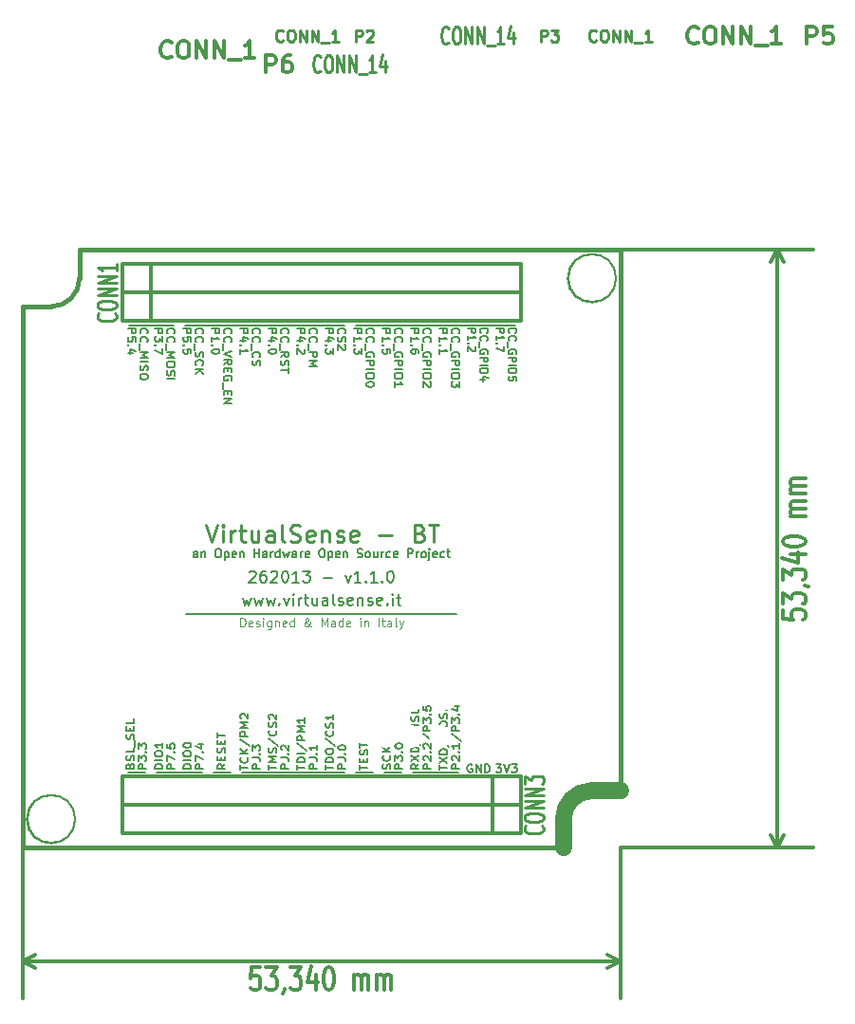
<source format=gto>
G04 (created by PCBNEW (2013-mar-13)-testing) date Thu 27 Jun 2013 11:50:03 AM CEST*
%MOIN*%
G04 Gerber Fmt 3.4, Leading zero omitted, Abs format*
%FSLAX34Y34*%
G01*
G70*
G90*
G04 APERTURE LIST*
%ADD10C,0.005906*%
%ADD11C,0.015000*%
%ADD12C,0.012000*%
%ADD13C,0.005000*%
%ADD14C,0.006000*%
%ADD15C,0.059055*%
%ADD16C,0.010000*%
%ADD17C,0.010700*%
%ADD18C,0.009000*%
%ADD19C,0.003000*%
%ADD20C,0.007000*%
%ADD21C,0.008000*%
%ADD22C,0.079100*%
%ADD23C,0.086929*%
%ADD24C,0.160000*%
%ADD25R,0.080000X0.080000*%
%ADD26C,0.080000*%
%ADD27C,0.078740*%
%ADD28R,0.079100X0.079100*%
G04 APERTURE END LIST*
G54D10*
G54D11*
X44000Y-47500D02*
X44000Y-66500D01*
X25000Y-47500D02*
X44000Y-47500D01*
X23000Y-68500D02*
X23000Y-49500D01*
X42000Y-68500D02*
X23000Y-68500D01*
X42000Y-67500D02*
X42000Y-68500D01*
X43000Y-66500D02*
X44000Y-66500D01*
X24000Y-49500D02*
X23000Y-49500D01*
X25000Y-48500D02*
X25000Y-47500D01*
X24000Y-49500D02*
G75*
G03X25000Y-48500I0J1000D01*
G74*
G01*
X43000Y-66500D02*
G75*
G03X42000Y-67500I0J-1000D01*
G74*
G01*
G54D12*
X31328Y-72700D02*
X31042Y-72700D01*
X31014Y-73081D01*
X31042Y-73043D01*
X31099Y-73005D01*
X31242Y-73005D01*
X31299Y-73043D01*
X31328Y-73081D01*
X31357Y-73158D01*
X31357Y-73348D01*
X31328Y-73424D01*
X31299Y-73462D01*
X31242Y-73500D01*
X31099Y-73500D01*
X31042Y-73462D01*
X31014Y-73424D01*
X31557Y-72700D02*
X31928Y-72700D01*
X31728Y-73005D01*
X31814Y-73005D01*
X31871Y-73043D01*
X31899Y-73081D01*
X31928Y-73158D01*
X31928Y-73348D01*
X31899Y-73424D01*
X31871Y-73462D01*
X31814Y-73500D01*
X31642Y-73500D01*
X31585Y-73462D01*
X31557Y-73424D01*
X32214Y-73462D02*
X32214Y-73500D01*
X32185Y-73577D01*
X32157Y-73615D01*
X32414Y-72700D02*
X32785Y-72700D01*
X32585Y-73005D01*
X32671Y-73005D01*
X32728Y-73043D01*
X32757Y-73081D01*
X32785Y-73158D01*
X32785Y-73348D01*
X32757Y-73424D01*
X32728Y-73462D01*
X32671Y-73500D01*
X32500Y-73500D01*
X32442Y-73462D01*
X32414Y-73424D01*
X33300Y-72967D02*
X33300Y-73500D01*
X33157Y-72662D02*
X33014Y-73234D01*
X33385Y-73234D01*
X33728Y-72700D02*
X33785Y-72700D01*
X33842Y-72739D01*
X33871Y-72777D01*
X33900Y-72853D01*
X33928Y-73005D01*
X33928Y-73196D01*
X33900Y-73348D01*
X33871Y-73424D01*
X33842Y-73462D01*
X33785Y-73500D01*
X33728Y-73500D01*
X33671Y-73462D01*
X33642Y-73424D01*
X33614Y-73348D01*
X33585Y-73196D01*
X33585Y-73005D01*
X33614Y-72853D01*
X33642Y-72777D01*
X33671Y-72739D01*
X33728Y-72700D01*
X34642Y-73500D02*
X34642Y-72967D01*
X34642Y-73043D02*
X34671Y-73005D01*
X34728Y-72967D01*
X34814Y-72967D01*
X34871Y-73005D01*
X34900Y-73081D01*
X34900Y-73500D01*
X34900Y-73081D02*
X34928Y-73005D01*
X34985Y-72967D01*
X35071Y-72967D01*
X35128Y-73005D01*
X35157Y-73081D01*
X35157Y-73500D01*
X35442Y-73500D02*
X35442Y-72967D01*
X35442Y-73043D02*
X35471Y-73005D01*
X35528Y-72967D01*
X35614Y-72967D01*
X35671Y-73005D01*
X35700Y-73081D01*
X35700Y-73500D01*
X35700Y-73081D02*
X35728Y-73005D01*
X35785Y-72967D01*
X35871Y-72967D01*
X35928Y-73005D01*
X35957Y-73081D01*
X35957Y-73500D01*
X23000Y-72499D02*
X44000Y-72499D01*
X23000Y-68500D02*
X23000Y-73779D01*
X44000Y-68500D02*
X44000Y-73779D01*
X44000Y-72499D02*
X43557Y-72729D01*
X44000Y-72499D02*
X43557Y-72269D01*
X23000Y-72499D02*
X23443Y-72729D01*
X23000Y-72499D02*
X23443Y-72269D01*
X49701Y-60171D02*
X49701Y-60457D01*
X50082Y-60485D01*
X50044Y-60457D01*
X50006Y-60400D01*
X50006Y-60257D01*
X50044Y-60200D01*
X50082Y-60171D01*
X50159Y-60142D01*
X50349Y-60142D01*
X50425Y-60171D01*
X50463Y-60200D01*
X50501Y-60257D01*
X50501Y-60400D01*
X50463Y-60457D01*
X50425Y-60485D01*
X49701Y-59942D02*
X49701Y-59571D01*
X50006Y-59771D01*
X50006Y-59685D01*
X50044Y-59628D01*
X50082Y-59600D01*
X50159Y-59571D01*
X50349Y-59571D01*
X50425Y-59600D01*
X50463Y-59628D01*
X50501Y-59685D01*
X50501Y-59857D01*
X50463Y-59914D01*
X50425Y-59942D01*
X50463Y-59285D02*
X50501Y-59285D01*
X50578Y-59314D01*
X50616Y-59342D01*
X49701Y-59085D02*
X49701Y-58714D01*
X50006Y-58914D01*
X50006Y-58828D01*
X50044Y-58771D01*
X50082Y-58742D01*
X50159Y-58714D01*
X50349Y-58714D01*
X50425Y-58742D01*
X50463Y-58771D01*
X50501Y-58828D01*
X50501Y-59000D01*
X50463Y-59057D01*
X50425Y-59085D01*
X49968Y-58200D02*
X50501Y-58200D01*
X49663Y-58342D02*
X50235Y-58485D01*
X50235Y-58114D01*
X49701Y-57771D02*
X49701Y-57714D01*
X49740Y-57657D01*
X49778Y-57628D01*
X49854Y-57600D01*
X50006Y-57571D01*
X50197Y-57571D01*
X50349Y-57600D01*
X50425Y-57628D01*
X50463Y-57657D01*
X50501Y-57714D01*
X50501Y-57771D01*
X50463Y-57828D01*
X50425Y-57857D01*
X50349Y-57885D01*
X50197Y-57914D01*
X50006Y-57914D01*
X49854Y-57885D01*
X49778Y-57857D01*
X49740Y-57828D01*
X49701Y-57771D01*
X50501Y-56857D02*
X49968Y-56857D01*
X50044Y-56857D02*
X50006Y-56828D01*
X49968Y-56771D01*
X49968Y-56685D01*
X50006Y-56628D01*
X50082Y-56599D01*
X50501Y-56599D01*
X50082Y-56599D02*
X50006Y-56571D01*
X49968Y-56514D01*
X49968Y-56428D01*
X50006Y-56371D01*
X50082Y-56342D01*
X50501Y-56342D01*
X50501Y-56057D02*
X49968Y-56057D01*
X50044Y-56057D02*
X50006Y-56028D01*
X49968Y-55971D01*
X49968Y-55885D01*
X50006Y-55828D01*
X50082Y-55799D01*
X50501Y-55799D01*
X50082Y-55799D02*
X50006Y-55771D01*
X49968Y-55714D01*
X49968Y-55628D01*
X50006Y-55571D01*
X50082Y-55542D01*
X50501Y-55542D01*
X49500Y-68500D02*
X49500Y-47500D01*
X44000Y-68500D02*
X50780Y-68500D01*
X44000Y-47500D02*
X50780Y-47500D01*
X49500Y-47500D02*
X49730Y-47943D01*
X49500Y-47500D02*
X49270Y-47943D01*
X49500Y-68500D02*
X49730Y-68057D01*
X49500Y-68500D02*
X49270Y-68057D01*
G54D13*
X40103Y-50418D02*
X40090Y-50405D01*
X40077Y-50367D01*
X40077Y-50341D01*
X40090Y-50302D01*
X40116Y-50277D01*
X40142Y-50264D01*
X40193Y-50251D01*
X40232Y-50251D01*
X40283Y-50264D01*
X40309Y-50277D01*
X40335Y-50302D01*
X40347Y-50341D01*
X40347Y-50367D01*
X40335Y-50405D01*
X40322Y-50418D01*
X40103Y-50688D02*
X40090Y-50675D01*
X40077Y-50637D01*
X40077Y-50611D01*
X40090Y-50572D01*
X40116Y-50547D01*
X40142Y-50534D01*
X40193Y-50521D01*
X40232Y-50521D01*
X40283Y-50534D01*
X40309Y-50547D01*
X40335Y-50572D01*
X40347Y-50611D01*
X40347Y-50637D01*
X40335Y-50675D01*
X40322Y-50688D01*
X40052Y-50740D02*
X40052Y-50945D01*
X40335Y-51151D02*
X40347Y-51125D01*
X40347Y-51087D01*
X40335Y-51048D01*
X40309Y-51022D01*
X40283Y-51010D01*
X40232Y-50997D01*
X40193Y-50997D01*
X40142Y-51010D01*
X40116Y-51022D01*
X40090Y-51048D01*
X40077Y-51087D01*
X40077Y-51112D01*
X40090Y-51151D01*
X40103Y-51164D01*
X40193Y-51164D01*
X40193Y-51112D01*
X40077Y-51280D02*
X40347Y-51280D01*
X40347Y-51382D01*
X40335Y-51408D01*
X40322Y-51421D01*
X40296Y-51434D01*
X40257Y-51434D01*
X40232Y-51421D01*
X40219Y-51408D01*
X40206Y-51382D01*
X40206Y-51280D01*
X40077Y-51550D02*
X40347Y-51550D01*
X40347Y-51729D02*
X40347Y-51781D01*
X40335Y-51807D01*
X40309Y-51832D01*
X40257Y-51845D01*
X40167Y-51845D01*
X40116Y-51832D01*
X40090Y-51807D01*
X40077Y-51781D01*
X40077Y-51729D01*
X40090Y-51704D01*
X40116Y-51678D01*
X40167Y-51665D01*
X40257Y-51665D01*
X40309Y-51678D01*
X40335Y-51704D01*
X40347Y-51729D01*
X40347Y-52089D02*
X40347Y-51961D01*
X40219Y-51948D01*
X40232Y-51961D01*
X40245Y-51987D01*
X40245Y-52051D01*
X40232Y-52077D01*
X40219Y-52089D01*
X40193Y-52102D01*
X40129Y-52102D01*
X40103Y-52089D01*
X40090Y-52077D01*
X40077Y-52051D01*
X40077Y-51987D01*
X40090Y-51961D01*
X40103Y-51948D01*
X39649Y-50264D02*
X39919Y-50264D01*
X39919Y-50367D01*
X39907Y-50392D01*
X39894Y-50405D01*
X39868Y-50418D01*
X39829Y-50418D01*
X39804Y-50405D01*
X39791Y-50392D01*
X39778Y-50367D01*
X39778Y-50264D01*
X39649Y-50675D02*
X39649Y-50521D01*
X39649Y-50598D02*
X39919Y-50598D01*
X39881Y-50572D01*
X39855Y-50547D01*
X39842Y-50521D01*
X39675Y-50791D02*
X39662Y-50804D01*
X39649Y-50791D01*
X39662Y-50778D01*
X39675Y-50791D01*
X39649Y-50791D01*
X39919Y-50894D02*
X39919Y-51074D01*
X39649Y-50958D01*
X39103Y-50418D02*
X39090Y-50405D01*
X39077Y-50367D01*
X39077Y-50341D01*
X39090Y-50302D01*
X39116Y-50277D01*
X39142Y-50264D01*
X39193Y-50251D01*
X39232Y-50251D01*
X39283Y-50264D01*
X39309Y-50277D01*
X39335Y-50302D01*
X39347Y-50341D01*
X39347Y-50367D01*
X39335Y-50405D01*
X39322Y-50418D01*
X39103Y-50688D02*
X39090Y-50675D01*
X39077Y-50637D01*
X39077Y-50611D01*
X39090Y-50572D01*
X39116Y-50547D01*
X39142Y-50534D01*
X39193Y-50521D01*
X39232Y-50521D01*
X39283Y-50534D01*
X39309Y-50547D01*
X39335Y-50572D01*
X39347Y-50611D01*
X39347Y-50637D01*
X39335Y-50675D01*
X39322Y-50688D01*
X39052Y-50740D02*
X39052Y-50945D01*
X39335Y-51151D02*
X39347Y-51125D01*
X39347Y-51087D01*
X39335Y-51048D01*
X39309Y-51022D01*
X39283Y-51010D01*
X39232Y-50997D01*
X39193Y-50997D01*
X39142Y-51010D01*
X39116Y-51022D01*
X39090Y-51048D01*
X39077Y-51087D01*
X39077Y-51112D01*
X39090Y-51151D01*
X39103Y-51164D01*
X39193Y-51164D01*
X39193Y-51112D01*
X39077Y-51280D02*
X39347Y-51280D01*
X39347Y-51382D01*
X39335Y-51408D01*
X39322Y-51421D01*
X39296Y-51434D01*
X39257Y-51434D01*
X39232Y-51421D01*
X39219Y-51408D01*
X39206Y-51382D01*
X39206Y-51280D01*
X39077Y-51550D02*
X39347Y-51550D01*
X39347Y-51729D02*
X39347Y-51781D01*
X39335Y-51807D01*
X39309Y-51832D01*
X39257Y-51845D01*
X39167Y-51845D01*
X39116Y-51832D01*
X39090Y-51807D01*
X39077Y-51781D01*
X39077Y-51729D01*
X39090Y-51704D01*
X39116Y-51678D01*
X39167Y-51665D01*
X39257Y-51665D01*
X39309Y-51678D01*
X39335Y-51704D01*
X39347Y-51729D01*
X39257Y-52077D02*
X39077Y-52077D01*
X39360Y-52012D02*
X39167Y-51948D01*
X39167Y-52115D01*
X38649Y-50264D02*
X38919Y-50264D01*
X38919Y-50367D01*
X38907Y-50392D01*
X38894Y-50405D01*
X38868Y-50418D01*
X38829Y-50418D01*
X38804Y-50405D01*
X38791Y-50392D01*
X38778Y-50367D01*
X38778Y-50264D01*
X38649Y-50675D02*
X38649Y-50521D01*
X38649Y-50598D02*
X38919Y-50598D01*
X38881Y-50572D01*
X38855Y-50547D01*
X38842Y-50521D01*
X38675Y-50791D02*
X38662Y-50804D01*
X38649Y-50791D01*
X38662Y-50778D01*
X38675Y-50791D01*
X38649Y-50791D01*
X38894Y-50907D02*
X38907Y-50920D01*
X38919Y-50945D01*
X38919Y-51010D01*
X38907Y-51035D01*
X38894Y-51048D01*
X38868Y-51061D01*
X38842Y-51061D01*
X38804Y-51048D01*
X38649Y-50894D01*
X38649Y-51061D01*
X30103Y-50442D02*
X30090Y-50428D01*
X30077Y-50385D01*
X30077Y-50357D01*
X30090Y-50314D01*
X30116Y-50285D01*
X30142Y-50271D01*
X30193Y-50257D01*
X30232Y-50257D01*
X30283Y-50271D01*
X30309Y-50285D01*
X30335Y-50314D01*
X30347Y-50357D01*
X30347Y-50385D01*
X30335Y-50428D01*
X30322Y-50442D01*
X30103Y-50742D02*
X30090Y-50728D01*
X30077Y-50685D01*
X30077Y-50657D01*
X30090Y-50614D01*
X30116Y-50585D01*
X30142Y-50571D01*
X30193Y-50557D01*
X30232Y-50557D01*
X30283Y-50571D01*
X30309Y-50585D01*
X30335Y-50614D01*
X30347Y-50657D01*
X30347Y-50685D01*
X30335Y-50728D01*
X30322Y-50742D01*
X30052Y-50800D02*
X30052Y-51028D01*
X30347Y-51057D02*
X30077Y-51157D01*
X30347Y-51257D01*
X30077Y-51528D02*
X30206Y-51428D01*
X30077Y-51357D02*
X30347Y-51357D01*
X30347Y-51471D01*
X30335Y-51500D01*
X30322Y-51514D01*
X30296Y-51528D01*
X30257Y-51528D01*
X30232Y-51514D01*
X30219Y-51500D01*
X30206Y-51471D01*
X30206Y-51357D01*
X30219Y-51657D02*
X30219Y-51757D01*
X30077Y-51800D02*
X30077Y-51657D01*
X30347Y-51657D01*
X30347Y-51800D01*
X30335Y-52085D02*
X30347Y-52057D01*
X30347Y-52014D01*
X30335Y-51971D01*
X30309Y-51942D01*
X30283Y-51928D01*
X30232Y-51914D01*
X30193Y-51914D01*
X30142Y-51928D01*
X30116Y-51942D01*
X30090Y-51971D01*
X30077Y-52014D01*
X30077Y-52042D01*
X30090Y-52085D01*
X30103Y-52100D01*
X30193Y-52100D01*
X30193Y-52042D01*
X30052Y-52157D02*
X30052Y-52385D01*
X30219Y-52457D02*
X30219Y-52557D01*
X30077Y-52600D02*
X30077Y-52457D01*
X30347Y-52457D01*
X30347Y-52600D01*
X30077Y-52728D02*
X30347Y-52728D01*
X30077Y-52900D01*
X30347Y-52900D01*
X29649Y-50271D02*
X29919Y-50271D01*
X29919Y-50385D01*
X29907Y-50414D01*
X29894Y-50428D01*
X29868Y-50442D01*
X29829Y-50442D01*
X29804Y-50428D01*
X29791Y-50414D01*
X29778Y-50385D01*
X29778Y-50271D01*
X29649Y-50728D02*
X29649Y-50557D01*
X29649Y-50642D02*
X29919Y-50642D01*
X29881Y-50614D01*
X29855Y-50585D01*
X29842Y-50557D01*
X29675Y-50857D02*
X29662Y-50871D01*
X29649Y-50857D01*
X29662Y-50842D01*
X29675Y-50857D01*
X29649Y-50857D01*
X29919Y-51057D02*
X29919Y-51085D01*
X29907Y-51114D01*
X29894Y-51128D01*
X29868Y-51142D01*
X29817Y-51157D01*
X29752Y-51157D01*
X29701Y-51142D01*
X29675Y-51128D01*
X29662Y-51114D01*
X29649Y-51085D01*
X29649Y-51057D01*
X29662Y-51028D01*
X29675Y-51014D01*
X29701Y-51000D01*
X29752Y-50985D01*
X29817Y-50985D01*
X29868Y-51000D01*
X29894Y-51014D01*
X29907Y-51028D01*
X29919Y-51057D01*
X38103Y-50442D02*
X38090Y-50428D01*
X38077Y-50385D01*
X38077Y-50357D01*
X38090Y-50314D01*
X38116Y-50285D01*
X38142Y-50271D01*
X38193Y-50257D01*
X38232Y-50257D01*
X38283Y-50271D01*
X38309Y-50285D01*
X38335Y-50314D01*
X38347Y-50357D01*
X38347Y-50385D01*
X38335Y-50428D01*
X38322Y-50442D01*
X38103Y-50742D02*
X38090Y-50728D01*
X38077Y-50685D01*
X38077Y-50657D01*
X38090Y-50614D01*
X38116Y-50585D01*
X38142Y-50571D01*
X38193Y-50557D01*
X38232Y-50557D01*
X38283Y-50571D01*
X38309Y-50585D01*
X38335Y-50614D01*
X38347Y-50657D01*
X38347Y-50685D01*
X38335Y-50728D01*
X38322Y-50742D01*
X38052Y-50800D02*
X38052Y-51028D01*
X38335Y-51257D02*
X38347Y-51228D01*
X38347Y-51185D01*
X38335Y-51142D01*
X38309Y-51114D01*
X38283Y-51100D01*
X38232Y-51085D01*
X38193Y-51085D01*
X38142Y-51100D01*
X38116Y-51114D01*
X38090Y-51142D01*
X38077Y-51185D01*
X38077Y-51214D01*
X38090Y-51257D01*
X38103Y-51271D01*
X38193Y-51271D01*
X38193Y-51214D01*
X38077Y-51400D02*
X38347Y-51400D01*
X38347Y-51514D01*
X38335Y-51542D01*
X38322Y-51557D01*
X38296Y-51571D01*
X38257Y-51571D01*
X38232Y-51557D01*
X38219Y-51542D01*
X38206Y-51514D01*
X38206Y-51400D01*
X38077Y-51700D02*
X38347Y-51700D01*
X38347Y-51899D02*
X38347Y-51957D01*
X38335Y-51985D01*
X38309Y-52014D01*
X38257Y-52028D01*
X38167Y-52028D01*
X38116Y-52014D01*
X38090Y-51985D01*
X38077Y-51957D01*
X38077Y-51899D01*
X38090Y-51871D01*
X38116Y-51842D01*
X38167Y-51828D01*
X38257Y-51828D01*
X38309Y-51842D01*
X38335Y-51871D01*
X38347Y-51899D01*
X38347Y-52128D02*
X38347Y-52314D01*
X38245Y-52214D01*
X38245Y-52257D01*
X38232Y-52285D01*
X38219Y-52300D01*
X38193Y-52314D01*
X38129Y-52314D01*
X38103Y-52300D01*
X38090Y-52285D01*
X38077Y-52257D01*
X38077Y-52171D01*
X38090Y-52142D01*
X38103Y-52128D01*
X37649Y-50271D02*
X37919Y-50271D01*
X37919Y-50385D01*
X37907Y-50414D01*
X37894Y-50428D01*
X37868Y-50442D01*
X37829Y-50442D01*
X37804Y-50428D01*
X37791Y-50414D01*
X37778Y-50385D01*
X37778Y-50271D01*
X37649Y-50728D02*
X37649Y-50557D01*
X37649Y-50642D02*
X37919Y-50642D01*
X37881Y-50614D01*
X37855Y-50585D01*
X37842Y-50557D01*
X37675Y-50857D02*
X37662Y-50871D01*
X37649Y-50857D01*
X37662Y-50842D01*
X37675Y-50857D01*
X37649Y-50857D01*
X37649Y-51157D02*
X37649Y-50985D01*
X37649Y-51071D02*
X37919Y-51071D01*
X37881Y-51042D01*
X37855Y-51014D01*
X37842Y-50985D01*
X37103Y-50442D02*
X37090Y-50428D01*
X37077Y-50385D01*
X37077Y-50357D01*
X37090Y-50314D01*
X37116Y-50285D01*
X37142Y-50271D01*
X37193Y-50257D01*
X37232Y-50257D01*
X37283Y-50271D01*
X37309Y-50285D01*
X37335Y-50314D01*
X37347Y-50357D01*
X37347Y-50385D01*
X37335Y-50428D01*
X37322Y-50442D01*
X37103Y-50742D02*
X37090Y-50728D01*
X37077Y-50685D01*
X37077Y-50657D01*
X37090Y-50614D01*
X37116Y-50585D01*
X37142Y-50571D01*
X37193Y-50557D01*
X37232Y-50557D01*
X37283Y-50571D01*
X37309Y-50585D01*
X37335Y-50614D01*
X37347Y-50657D01*
X37347Y-50685D01*
X37335Y-50728D01*
X37322Y-50742D01*
X37052Y-50800D02*
X37052Y-51028D01*
X37335Y-51257D02*
X37347Y-51228D01*
X37347Y-51185D01*
X37335Y-51142D01*
X37309Y-51114D01*
X37283Y-51100D01*
X37232Y-51085D01*
X37193Y-51085D01*
X37142Y-51100D01*
X37116Y-51114D01*
X37090Y-51142D01*
X37077Y-51185D01*
X37077Y-51214D01*
X37090Y-51257D01*
X37103Y-51271D01*
X37193Y-51271D01*
X37193Y-51214D01*
X37077Y-51400D02*
X37347Y-51400D01*
X37347Y-51514D01*
X37335Y-51542D01*
X37322Y-51557D01*
X37296Y-51571D01*
X37257Y-51571D01*
X37232Y-51557D01*
X37219Y-51542D01*
X37206Y-51514D01*
X37206Y-51400D01*
X37077Y-51700D02*
X37347Y-51700D01*
X37347Y-51899D02*
X37347Y-51957D01*
X37335Y-51985D01*
X37309Y-52014D01*
X37257Y-52028D01*
X37167Y-52028D01*
X37116Y-52014D01*
X37090Y-51985D01*
X37077Y-51957D01*
X37077Y-51899D01*
X37090Y-51871D01*
X37116Y-51842D01*
X37167Y-51828D01*
X37257Y-51828D01*
X37309Y-51842D01*
X37335Y-51871D01*
X37347Y-51899D01*
X37322Y-52142D02*
X37335Y-52157D01*
X37347Y-52185D01*
X37347Y-52257D01*
X37335Y-52285D01*
X37322Y-52300D01*
X37296Y-52314D01*
X37270Y-52314D01*
X37232Y-52300D01*
X37077Y-52128D01*
X37077Y-52314D01*
X36649Y-50271D02*
X36919Y-50271D01*
X36919Y-50385D01*
X36907Y-50414D01*
X36894Y-50428D01*
X36868Y-50442D01*
X36829Y-50442D01*
X36804Y-50428D01*
X36791Y-50414D01*
X36778Y-50385D01*
X36778Y-50271D01*
X36649Y-50728D02*
X36649Y-50557D01*
X36649Y-50642D02*
X36919Y-50642D01*
X36881Y-50614D01*
X36855Y-50585D01*
X36842Y-50557D01*
X36675Y-50857D02*
X36662Y-50871D01*
X36649Y-50857D01*
X36662Y-50842D01*
X36675Y-50857D01*
X36649Y-50857D01*
X36919Y-51128D02*
X36919Y-51071D01*
X36907Y-51042D01*
X36894Y-51028D01*
X36855Y-51000D01*
X36804Y-50985D01*
X36701Y-50985D01*
X36675Y-51000D01*
X36662Y-51014D01*
X36649Y-51042D01*
X36649Y-51100D01*
X36662Y-51128D01*
X36675Y-51142D01*
X36701Y-51157D01*
X36765Y-51157D01*
X36791Y-51142D01*
X36804Y-51128D01*
X36817Y-51100D01*
X36817Y-51042D01*
X36804Y-51014D01*
X36791Y-51000D01*
X36765Y-50985D01*
X36103Y-50442D02*
X36090Y-50428D01*
X36077Y-50385D01*
X36077Y-50357D01*
X36090Y-50314D01*
X36116Y-50285D01*
X36142Y-50271D01*
X36193Y-50257D01*
X36232Y-50257D01*
X36283Y-50271D01*
X36309Y-50285D01*
X36335Y-50314D01*
X36347Y-50357D01*
X36347Y-50385D01*
X36335Y-50428D01*
X36322Y-50442D01*
X36103Y-50742D02*
X36090Y-50728D01*
X36077Y-50685D01*
X36077Y-50657D01*
X36090Y-50614D01*
X36116Y-50585D01*
X36142Y-50571D01*
X36193Y-50557D01*
X36232Y-50557D01*
X36283Y-50571D01*
X36309Y-50585D01*
X36335Y-50614D01*
X36347Y-50657D01*
X36347Y-50685D01*
X36335Y-50728D01*
X36322Y-50742D01*
X36052Y-50800D02*
X36052Y-51028D01*
X36335Y-51257D02*
X36347Y-51228D01*
X36347Y-51185D01*
X36335Y-51142D01*
X36309Y-51114D01*
X36283Y-51100D01*
X36232Y-51085D01*
X36193Y-51085D01*
X36142Y-51100D01*
X36116Y-51114D01*
X36090Y-51142D01*
X36077Y-51185D01*
X36077Y-51214D01*
X36090Y-51257D01*
X36103Y-51271D01*
X36193Y-51271D01*
X36193Y-51214D01*
X36077Y-51400D02*
X36347Y-51400D01*
X36347Y-51514D01*
X36335Y-51542D01*
X36322Y-51557D01*
X36296Y-51571D01*
X36257Y-51571D01*
X36232Y-51557D01*
X36219Y-51542D01*
X36206Y-51514D01*
X36206Y-51400D01*
X36077Y-51700D02*
X36347Y-51700D01*
X36347Y-51899D02*
X36347Y-51957D01*
X36335Y-51985D01*
X36309Y-52014D01*
X36257Y-52028D01*
X36167Y-52028D01*
X36116Y-52014D01*
X36090Y-51985D01*
X36077Y-51957D01*
X36077Y-51899D01*
X36090Y-51871D01*
X36116Y-51842D01*
X36167Y-51828D01*
X36257Y-51828D01*
X36309Y-51842D01*
X36335Y-51871D01*
X36347Y-51899D01*
X36077Y-52314D02*
X36077Y-52142D01*
X36077Y-52228D02*
X36347Y-52228D01*
X36309Y-52200D01*
X36283Y-52171D01*
X36270Y-52142D01*
X35649Y-50271D02*
X35919Y-50271D01*
X35919Y-50385D01*
X35907Y-50414D01*
X35894Y-50428D01*
X35868Y-50442D01*
X35829Y-50442D01*
X35804Y-50428D01*
X35791Y-50414D01*
X35778Y-50385D01*
X35778Y-50271D01*
X35649Y-50728D02*
X35649Y-50557D01*
X35649Y-50642D02*
X35919Y-50642D01*
X35881Y-50614D01*
X35855Y-50585D01*
X35842Y-50557D01*
X35675Y-50857D02*
X35662Y-50871D01*
X35649Y-50857D01*
X35662Y-50842D01*
X35675Y-50857D01*
X35649Y-50857D01*
X35919Y-51142D02*
X35919Y-51000D01*
X35791Y-50985D01*
X35804Y-51000D01*
X35817Y-51028D01*
X35817Y-51100D01*
X35804Y-51128D01*
X35791Y-51142D01*
X35765Y-51157D01*
X35701Y-51157D01*
X35675Y-51142D01*
X35662Y-51128D01*
X35649Y-51100D01*
X35649Y-51028D01*
X35662Y-51000D01*
X35675Y-50985D01*
X35103Y-50442D02*
X35090Y-50428D01*
X35077Y-50385D01*
X35077Y-50357D01*
X35090Y-50314D01*
X35116Y-50285D01*
X35142Y-50271D01*
X35193Y-50257D01*
X35232Y-50257D01*
X35283Y-50271D01*
X35309Y-50285D01*
X35335Y-50314D01*
X35347Y-50357D01*
X35347Y-50385D01*
X35335Y-50428D01*
X35322Y-50442D01*
X35103Y-50742D02*
X35090Y-50728D01*
X35077Y-50685D01*
X35077Y-50657D01*
X35090Y-50614D01*
X35116Y-50585D01*
X35142Y-50571D01*
X35193Y-50557D01*
X35232Y-50557D01*
X35283Y-50571D01*
X35309Y-50585D01*
X35335Y-50614D01*
X35347Y-50657D01*
X35347Y-50685D01*
X35335Y-50728D01*
X35322Y-50742D01*
X35052Y-50800D02*
X35052Y-51028D01*
X35335Y-51257D02*
X35347Y-51228D01*
X35347Y-51185D01*
X35335Y-51142D01*
X35309Y-51114D01*
X35283Y-51100D01*
X35232Y-51085D01*
X35193Y-51085D01*
X35142Y-51100D01*
X35116Y-51114D01*
X35090Y-51142D01*
X35077Y-51185D01*
X35077Y-51214D01*
X35090Y-51257D01*
X35103Y-51271D01*
X35193Y-51271D01*
X35193Y-51214D01*
X35077Y-51400D02*
X35347Y-51400D01*
X35347Y-51514D01*
X35335Y-51542D01*
X35322Y-51557D01*
X35296Y-51571D01*
X35257Y-51571D01*
X35232Y-51557D01*
X35219Y-51542D01*
X35206Y-51514D01*
X35206Y-51400D01*
X35077Y-51700D02*
X35347Y-51700D01*
X35347Y-51899D02*
X35347Y-51957D01*
X35335Y-51985D01*
X35309Y-52014D01*
X35257Y-52028D01*
X35167Y-52028D01*
X35116Y-52014D01*
X35090Y-51985D01*
X35077Y-51957D01*
X35077Y-51899D01*
X35090Y-51871D01*
X35116Y-51842D01*
X35167Y-51828D01*
X35257Y-51828D01*
X35309Y-51842D01*
X35335Y-51871D01*
X35347Y-51899D01*
X35347Y-52214D02*
X35347Y-52242D01*
X35335Y-52271D01*
X35322Y-52285D01*
X35296Y-52300D01*
X35245Y-52314D01*
X35180Y-52314D01*
X35129Y-52300D01*
X35103Y-52285D01*
X35090Y-52271D01*
X35077Y-52242D01*
X35077Y-52214D01*
X35090Y-52185D01*
X35103Y-52171D01*
X35129Y-52157D01*
X35180Y-52142D01*
X35245Y-52142D01*
X35296Y-52157D01*
X35322Y-52171D01*
X35335Y-52185D01*
X35347Y-52214D01*
X34649Y-50271D02*
X34919Y-50271D01*
X34919Y-50385D01*
X34907Y-50414D01*
X34894Y-50428D01*
X34868Y-50442D01*
X34829Y-50442D01*
X34804Y-50428D01*
X34791Y-50414D01*
X34778Y-50385D01*
X34778Y-50271D01*
X34649Y-50728D02*
X34649Y-50557D01*
X34649Y-50642D02*
X34919Y-50642D01*
X34881Y-50614D01*
X34855Y-50585D01*
X34842Y-50557D01*
X34675Y-50857D02*
X34662Y-50871D01*
X34649Y-50857D01*
X34662Y-50842D01*
X34675Y-50857D01*
X34649Y-50857D01*
X34919Y-50971D02*
X34919Y-51157D01*
X34817Y-51057D01*
X34817Y-51100D01*
X34804Y-51128D01*
X34791Y-51142D01*
X34765Y-51157D01*
X34701Y-51157D01*
X34675Y-51142D01*
X34662Y-51128D01*
X34649Y-51100D01*
X34649Y-51014D01*
X34662Y-50985D01*
X34675Y-50971D01*
X34103Y-50442D02*
X34090Y-50428D01*
X34077Y-50385D01*
X34077Y-50357D01*
X34090Y-50314D01*
X34116Y-50285D01*
X34142Y-50271D01*
X34193Y-50257D01*
X34232Y-50257D01*
X34283Y-50271D01*
X34309Y-50285D01*
X34335Y-50314D01*
X34347Y-50357D01*
X34347Y-50385D01*
X34335Y-50428D01*
X34322Y-50442D01*
X34090Y-50557D02*
X34077Y-50600D01*
X34077Y-50671D01*
X34090Y-50700D01*
X34103Y-50714D01*
X34129Y-50728D01*
X34155Y-50728D01*
X34180Y-50714D01*
X34193Y-50700D01*
X34206Y-50671D01*
X34219Y-50614D01*
X34232Y-50585D01*
X34245Y-50571D01*
X34270Y-50557D01*
X34296Y-50557D01*
X34322Y-50571D01*
X34335Y-50585D01*
X34347Y-50614D01*
X34347Y-50685D01*
X34335Y-50728D01*
X34322Y-50842D02*
X34335Y-50857D01*
X34347Y-50885D01*
X34347Y-50957D01*
X34335Y-50985D01*
X34322Y-51000D01*
X34296Y-51014D01*
X34270Y-51014D01*
X34232Y-51000D01*
X34077Y-50828D01*
X34077Y-51014D01*
X33649Y-50271D02*
X33919Y-50271D01*
X33919Y-50385D01*
X33907Y-50414D01*
X33894Y-50428D01*
X33868Y-50442D01*
X33829Y-50442D01*
X33804Y-50428D01*
X33791Y-50414D01*
X33778Y-50385D01*
X33778Y-50271D01*
X33829Y-50700D02*
X33649Y-50700D01*
X33932Y-50628D02*
X33739Y-50557D01*
X33739Y-50742D01*
X33675Y-50857D02*
X33662Y-50871D01*
X33649Y-50857D01*
X33662Y-50842D01*
X33675Y-50857D01*
X33649Y-50857D01*
X33919Y-50971D02*
X33919Y-51157D01*
X33817Y-51057D01*
X33817Y-51100D01*
X33804Y-51128D01*
X33791Y-51142D01*
X33765Y-51157D01*
X33701Y-51157D01*
X33675Y-51142D01*
X33662Y-51128D01*
X33649Y-51100D01*
X33649Y-51014D01*
X33662Y-50985D01*
X33675Y-50971D01*
X33103Y-50442D02*
X33090Y-50428D01*
X33077Y-50385D01*
X33077Y-50357D01*
X33090Y-50314D01*
X33116Y-50285D01*
X33142Y-50271D01*
X33193Y-50257D01*
X33232Y-50257D01*
X33283Y-50271D01*
X33309Y-50285D01*
X33335Y-50314D01*
X33347Y-50357D01*
X33347Y-50385D01*
X33335Y-50428D01*
X33322Y-50442D01*
X33103Y-50742D02*
X33090Y-50728D01*
X33077Y-50685D01*
X33077Y-50657D01*
X33090Y-50614D01*
X33116Y-50585D01*
X33142Y-50571D01*
X33193Y-50557D01*
X33232Y-50557D01*
X33283Y-50571D01*
X33309Y-50585D01*
X33335Y-50614D01*
X33347Y-50657D01*
X33347Y-50685D01*
X33335Y-50728D01*
X33322Y-50742D01*
X33052Y-50800D02*
X33052Y-51028D01*
X33077Y-51100D02*
X33347Y-51100D01*
X33347Y-51214D01*
X33335Y-51242D01*
X33322Y-51257D01*
X33296Y-51271D01*
X33257Y-51271D01*
X33232Y-51257D01*
X33219Y-51242D01*
X33206Y-51214D01*
X33206Y-51100D01*
X33077Y-51400D02*
X33347Y-51400D01*
X33155Y-51500D01*
X33347Y-51600D01*
X33077Y-51600D01*
X32649Y-50271D02*
X32919Y-50271D01*
X32919Y-50385D01*
X32907Y-50414D01*
X32894Y-50428D01*
X32868Y-50442D01*
X32829Y-50442D01*
X32804Y-50428D01*
X32791Y-50414D01*
X32778Y-50385D01*
X32778Y-50271D01*
X32829Y-50700D02*
X32649Y-50700D01*
X32932Y-50628D02*
X32739Y-50557D01*
X32739Y-50742D01*
X32675Y-50857D02*
X32662Y-50871D01*
X32649Y-50857D01*
X32662Y-50842D01*
X32675Y-50857D01*
X32649Y-50857D01*
X32894Y-50985D02*
X32907Y-51000D01*
X32919Y-51028D01*
X32919Y-51100D01*
X32907Y-51128D01*
X32894Y-51142D01*
X32868Y-51157D01*
X32842Y-51157D01*
X32804Y-51142D01*
X32649Y-50971D01*
X32649Y-51157D01*
X32103Y-50442D02*
X32090Y-50428D01*
X32077Y-50385D01*
X32077Y-50357D01*
X32090Y-50314D01*
X32116Y-50285D01*
X32142Y-50271D01*
X32193Y-50257D01*
X32232Y-50257D01*
X32283Y-50271D01*
X32309Y-50285D01*
X32335Y-50314D01*
X32347Y-50357D01*
X32347Y-50385D01*
X32335Y-50428D01*
X32322Y-50442D01*
X32103Y-50742D02*
X32090Y-50728D01*
X32077Y-50685D01*
X32077Y-50657D01*
X32090Y-50614D01*
X32116Y-50585D01*
X32142Y-50571D01*
X32193Y-50557D01*
X32232Y-50557D01*
X32283Y-50571D01*
X32309Y-50585D01*
X32335Y-50614D01*
X32347Y-50657D01*
X32347Y-50685D01*
X32335Y-50728D01*
X32322Y-50742D01*
X32052Y-50800D02*
X32052Y-51028D01*
X32077Y-51271D02*
X32206Y-51171D01*
X32077Y-51100D02*
X32347Y-51100D01*
X32347Y-51214D01*
X32335Y-51242D01*
X32322Y-51257D01*
X32296Y-51271D01*
X32257Y-51271D01*
X32232Y-51257D01*
X32219Y-51242D01*
X32206Y-51214D01*
X32206Y-51100D01*
X32090Y-51385D02*
X32077Y-51428D01*
X32077Y-51500D01*
X32090Y-51528D01*
X32103Y-51542D01*
X32129Y-51557D01*
X32155Y-51557D01*
X32180Y-51542D01*
X32193Y-51528D01*
X32206Y-51500D01*
X32219Y-51442D01*
X32232Y-51414D01*
X32245Y-51400D01*
X32270Y-51385D01*
X32296Y-51385D01*
X32322Y-51400D01*
X32335Y-51414D01*
X32347Y-51442D01*
X32347Y-51514D01*
X32335Y-51557D01*
X32347Y-51642D02*
X32347Y-51814D01*
X32077Y-51728D02*
X32347Y-51728D01*
X31649Y-50271D02*
X31919Y-50271D01*
X31919Y-50385D01*
X31907Y-50414D01*
X31894Y-50428D01*
X31868Y-50442D01*
X31829Y-50442D01*
X31804Y-50428D01*
X31791Y-50414D01*
X31778Y-50385D01*
X31778Y-50271D01*
X31829Y-50700D02*
X31649Y-50700D01*
X31932Y-50628D02*
X31739Y-50557D01*
X31739Y-50742D01*
X31675Y-50857D02*
X31662Y-50871D01*
X31649Y-50857D01*
X31662Y-50842D01*
X31675Y-50857D01*
X31649Y-50857D01*
X31919Y-51057D02*
X31919Y-51085D01*
X31907Y-51114D01*
X31894Y-51128D01*
X31868Y-51142D01*
X31817Y-51157D01*
X31752Y-51157D01*
X31701Y-51142D01*
X31675Y-51128D01*
X31662Y-51114D01*
X31649Y-51085D01*
X31649Y-51057D01*
X31662Y-51028D01*
X31675Y-51014D01*
X31701Y-51000D01*
X31752Y-50985D01*
X31817Y-50985D01*
X31868Y-51000D01*
X31894Y-51014D01*
X31907Y-51028D01*
X31919Y-51057D01*
X31103Y-50442D02*
X31090Y-50428D01*
X31077Y-50385D01*
X31077Y-50357D01*
X31090Y-50314D01*
X31116Y-50285D01*
X31142Y-50271D01*
X31193Y-50257D01*
X31232Y-50257D01*
X31283Y-50271D01*
X31309Y-50285D01*
X31335Y-50314D01*
X31347Y-50357D01*
X31347Y-50385D01*
X31335Y-50428D01*
X31322Y-50442D01*
X31103Y-50742D02*
X31090Y-50728D01*
X31077Y-50685D01*
X31077Y-50657D01*
X31090Y-50614D01*
X31116Y-50585D01*
X31142Y-50571D01*
X31193Y-50557D01*
X31232Y-50557D01*
X31283Y-50571D01*
X31309Y-50585D01*
X31335Y-50614D01*
X31347Y-50657D01*
X31347Y-50685D01*
X31335Y-50728D01*
X31322Y-50742D01*
X31052Y-50800D02*
X31052Y-51028D01*
X31103Y-51271D02*
X31090Y-51257D01*
X31077Y-51214D01*
X31077Y-51185D01*
X31090Y-51142D01*
X31116Y-51114D01*
X31142Y-51100D01*
X31193Y-51085D01*
X31232Y-51085D01*
X31283Y-51100D01*
X31309Y-51114D01*
X31335Y-51142D01*
X31347Y-51185D01*
X31347Y-51214D01*
X31335Y-51257D01*
X31322Y-51271D01*
X31090Y-51385D02*
X31077Y-51428D01*
X31077Y-51500D01*
X31090Y-51528D01*
X31103Y-51542D01*
X31129Y-51557D01*
X31155Y-51557D01*
X31180Y-51542D01*
X31193Y-51528D01*
X31206Y-51500D01*
X31219Y-51442D01*
X31232Y-51414D01*
X31245Y-51400D01*
X31270Y-51385D01*
X31296Y-51385D01*
X31322Y-51400D01*
X31335Y-51414D01*
X31347Y-51442D01*
X31347Y-51514D01*
X31335Y-51557D01*
X30649Y-50271D02*
X30919Y-50271D01*
X30919Y-50385D01*
X30907Y-50414D01*
X30894Y-50428D01*
X30868Y-50442D01*
X30829Y-50442D01*
X30804Y-50428D01*
X30791Y-50414D01*
X30778Y-50385D01*
X30778Y-50271D01*
X30829Y-50700D02*
X30649Y-50700D01*
X30932Y-50628D02*
X30739Y-50557D01*
X30739Y-50742D01*
X30675Y-50857D02*
X30662Y-50871D01*
X30649Y-50857D01*
X30662Y-50842D01*
X30675Y-50857D01*
X30649Y-50857D01*
X30649Y-51157D02*
X30649Y-50985D01*
X30649Y-51071D02*
X30919Y-51071D01*
X30881Y-51042D01*
X30855Y-51014D01*
X30842Y-50985D01*
X29103Y-50442D02*
X29090Y-50428D01*
X29077Y-50385D01*
X29077Y-50357D01*
X29090Y-50314D01*
X29116Y-50285D01*
X29142Y-50271D01*
X29193Y-50257D01*
X29232Y-50257D01*
X29283Y-50271D01*
X29309Y-50285D01*
X29335Y-50314D01*
X29347Y-50357D01*
X29347Y-50385D01*
X29335Y-50428D01*
X29322Y-50442D01*
X29103Y-50742D02*
X29090Y-50728D01*
X29077Y-50685D01*
X29077Y-50657D01*
X29090Y-50614D01*
X29116Y-50585D01*
X29142Y-50571D01*
X29193Y-50557D01*
X29232Y-50557D01*
X29283Y-50571D01*
X29309Y-50585D01*
X29335Y-50614D01*
X29347Y-50657D01*
X29347Y-50685D01*
X29335Y-50728D01*
X29322Y-50742D01*
X29052Y-50800D02*
X29052Y-51028D01*
X29090Y-51085D02*
X29077Y-51128D01*
X29077Y-51200D01*
X29090Y-51228D01*
X29103Y-51242D01*
X29129Y-51257D01*
X29155Y-51257D01*
X29180Y-51242D01*
X29193Y-51228D01*
X29206Y-51200D01*
X29219Y-51142D01*
X29232Y-51114D01*
X29245Y-51100D01*
X29270Y-51085D01*
X29296Y-51085D01*
X29322Y-51100D01*
X29335Y-51114D01*
X29347Y-51142D01*
X29347Y-51214D01*
X29335Y-51257D01*
X29103Y-51557D02*
X29090Y-51542D01*
X29077Y-51499D01*
X29077Y-51471D01*
X29090Y-51428D01*
X29116Y-51399D01*
X29142Y-51385D01*
X29193Y-51371D01*
X29232Y-51371D01*
X29283Y-51385D01*
X29309Y-51399D01*
X29335Y-51428D01*
X29347Y-51471D01*
X29347Y-51499D01*
X29335Y-51542D01*
X29322Y-51557D01*
X29077Y-51685D02*
X29347Y-51685D01*
X29077Y-51857D02*
X29232Y-51728D01*
X29347Y-51857D02*
X29193Y-51685D01*
X28649Y-50271D02*
X28919Y-50271D01*
X28919Y-50385D01*
X28907Y-50414D01*
X28894Y-50428D01*
X28868Y-50442D01*
X28829Y-50442D01*
X28804Y-50428D01*
X28791Y-50414D01*
X28778Y-50385D01*
X28778Y-50271D01*
X28919Y-50714D02*
X28919Y-50571D01*
X28791Y-50557D01*
X28804Y-50571D01*
X28817Y-50600D01*
X28817Y-50671D01*
X28804Y-50700D01*
X28791Y-50714D01*
X28765Y-50728D01*
X28701Y-50728D01*
X28675Y-50714D01*
X28662Y-50700D01*
X28649Y-50671D01*
X28649Y-50600D01*
X28662Y-50571D01*
X28675Y-50557D01*
X28675Y-50857D02*
X28662Y-50871D01*
X28649Y-50857D01*
X28662Y-50842D01*
X28675Y-50857D01*
X28649Y-50857D01*
X28919Y-51142D02*
X28919Y-51000D01*
X28791Y-50985D01*
X28804Y-51000D01*
X28817Y-51028D01*
X28817Y-51100D01*
X28804Y-51128D01*
X28791Y-51142D01*
X28765Y-51157D01*
X28701Y-51157D01*
X28675Y-51142D01*
X28662Y-51128D01*
X28649Y-51100D01*
X28649Y-51028D01*
X28662Y-51000D01*
X28675Y-50985D01*
X28103Y-50442D02*
X28090Y-50428D01*
X28077Y-50385D01*
X28077Y-50357D01*
X28090Y-50314D01*
X28116Y-50285D01*
X28142Y-50271D01*
X28193Y-50257D01*
X28232Y-50257D01*
X28283Y-50271D01*
X28309Y-50285D01*
X28335Y-50314D01*
X28347Y-50357D01*
X28347Y-50385D01*
X28335Y-50428D01*
X28322Y-50442D01*
X28103Y-50742D02*
X28090Y-50728D01*
X28077Y-50685D01*
X28077Y-50657D01*
X28090Y-50614D01*
X28116Y-50585D01*
X28142Y-50571D01*
X28193Y-50557D01*
X28232Y-50557D01*
X28283Y-50571D01*
X28309Y-50585D01*
X28335Y-50614D01*
X28347Y-50657D01*
X28347Y-50685D01*
X28335Y-50728D01*
X28322Y-50742D01*
X28052Y-50800D02*
X28052Y-51028D01*
X28077Y-51100D02*
X28347Y-51100D01*
X28155Y-51200D01*
X28347Y-51300D01*
X28077Y-51300D01*
X28347Y-51499D02*
X28347Y-51557D01*
X28335Y-51585D01*
X28309Y-51614D01*
X28257Y-51628D01*
X28167Y-51628D01*
X28116Y-51614D01*
X28090Y-51585D01*
X28077Y-51557D01*
X28077Y-51499D01*
X28090Y-51471D01*
X28116Y-51442D01*
X28167Y-51428D01*
X28257Y-51428D01*
X28309Y-51442D01*
X28335Y-51471D01*
X28347Y-51499D01*
X28090Y-51742D02*
X28077Y-51785D01*
X28077Y-51857D01*
X28090Y-51885D01*
X28103Y-51900D01*
X28129Y-51914D01*
X28155Y-51914D01*
X28180Y-51900D01*
X28193Y-51885D01*
X28206Y-51857D01*
X28219Y-51800D01*
X28232Y-51771D01*
X28245Y-51757D01*
X28270Y-51742D01*
X28296Y-51742D01*
X28322Y-51757D01*
X28335Y-51771D01*
X28347Y-51800D01*
X28347Y-51871D01*
X28335Y-51914D01*
X28077Y-52042D02*
X28347Y-52042D01*
X27649Y-50271D02*
X27919Y-50271D01*
X27919Y-50385D01*
X27907Y-50414D01*
X27894Y-50428D01*
X27868Y-50442D01*
X27829Y-50442D01*
X27804Y-50428D01*
X27791Y-50414D01*
X27778Y-50385D01*
X27778Y-50271D01*
X27919Y-50542D02*
X27919Y-50728D01*
X27817Y-50628D01*
X27817Y-50671D01*
X27804Y-50700D01*
X27791Y-50714D01*
X27765Y-50728D01*
X27701Y-50728D01*
X27675Y-50714D01*
X27662Y-50700D01*
X27649Y-50671D01*
X27649Y-50585D01*
X27662Y-50557D01*
X27675Y-50542D01*
X27675Y-50857D02*
X27662Y-50871D01*
X27649Y-50857D01*
X27662Y-50842D01*
X27675Y-50857D01*
X27649Y-50857D01*
X27919Y-50971D02*
X27919Y-51171D01*
X27649Y-51042D01*
X27153Y-50442D02*
X27140Y-50428D01*
X27127Y-50385D01*
X27127Y-50357D01*
X27140Y-50314D01*
X27166Y-50285D01*
X27192Y-50271D01*
X27243Y-50257D01*
X27282Y-50257D01*
X27333Y-50271D01*
X27359Y-50285D01*
X27385Y-50314D01*
X27397Y-50357D01*
X27397Y-50385D01*
X27385Y-50428D01*
X27372Y-50442D01*
X27153Y-50742D02*
X27140Y-50728D01*
X27127Y-50685D01*
X27127Y-50657D01*
X27140Y-50614D01*
X27166Y-50585D01*
X27192Y-50571D01*
X27243Y-50557D01*
X27282Y-50557D01*
X27333Y-50571D01*
X27359Y-50585D01*
X27385Y-50614D01*
X27397Y-50657D01*
X27397Y-50685D01*
X27385Y-50728D01*
X27372Y-50742D01*
X27102Y-50800D02*
X27102Y-51028D01*
X27127Y-51100D02*
X27397Y-51100D01*
X27205Y-51200D01*
X27397Y-51300D01*
X27127Y-51300D01*
X27127Y-51442D02*
X27397Y-51442D01*
X27140Y-51571D02*
X27127Y-51614D01*
X27127Y-51685D01*
X27140Y-51714D01*
X27153Y-51728D01*
X27179Y-51742D01*
X27205Y-51742D01*
X27230Y-51728D01*
X27243Y-51714D01*
X27256Y-51685D01*
X27269Y-51628D01*
X27282Y-51599D01*
X27295Y-51585D01*
X27320Y-51571D01*
X27346Y-51571D01*
X27372Y-51585D01*
X27385Y-51599D01*
X27397Y-51628D01*
X27397Y-51699D01*
X27385Y-51742D01*
X27397Y-51928D02*
X27397Y-51985D01*
X27385Y-52014D01*
X27359Y-52042D01*
X27307Y-52057D01*
X27217Y-52057D01*
X27166Y-52042D01*
X27140Y-52014D01*
X27127Y-51985D01*
X27127Y-51928D01*
X27140Y-51899D01*
X27166Y-51871D01*
X27217Y-51857D01*
X27307Y-51857D01*
X27359Y-51871D01*
X27385Y-51899D01*
X27397Y-51928D01*
X26699Y-50271D02*
X26969Y-50271D01*
X26969Y-50385D01*
X26957Y-50414D01*
X26944Y-50428D01*
X26918Y-50442D01*
X26879Y-50442D01*
X26854Y-50428D01*
X26841Y-50414D01*
X26828Y-50385D01*
X26828Y-50271D01*
X26969Y-50714D02*
X26969Y-50571D01*
X26841Y-50557D01*
X26854Y-50571D01*
X26867Y-50600D01*
X26867Y-50671D01*
X26854Y-50700D01*
X26841Y-50714D01*
X26815Y-50728D01*
X26751Y-50728D01*
X26725Y-50714D01*
X26712Y-50700D01*
X26699Y-50671D01*
X26699Y-50600D01*
X26712Y-50571D01*
X26725Y-50557D01*
X26725Y-50857D02*
X26712Y-50871D01*
X26699Y-50857D01*
X26712Y-50842D01*
X26725Y-50857D01*
X26699Y-50857D01*
X26879Y-51128D02*
X26699Y-51128D01*
X26982Y-51057D02*
X26789Y-50985D01*
X26789Y-51171D01*
G54D14*
X28700Y-50150D02*
X34300Y-50150D01*
X28300Y-50150D02*
X26750Y-50150D01*
X40300Y-50150D02*
X34700Y-50150D01*
G54D13*
X38789Y-65590D02*
X38760Y-65577D01*
X38717Y-65577D01*
X38675Y-65590D01*
X38646Y-65615D01*
X38632Y-65641D01*
X38617Y-65692D01*
X38617Y-65731D01*
X38632Y-65782D01*
X38646Y-65808D01*
X38675Y-65834D01*
X38717Y-65847D01*
X38746Y-65847D01*
X38789Y-65834D01*
X38803Y-65821D01*
X38803Y-65731D01*
X38746Y-65731D01*
X38932Y-65847D02*
X38932Y-65577D01*
X39103Y-65847D01*
X39103Y-65577D01*
X39246Y-65847D02*
X39246Y-65577D01*
X39317Y-65577D01*
X39360Y-65590D01*
X39389Y-65615D01*
X39403Y-65641D01*
X39417Y-65692D01*
X39417Y-65731D01*
X39403Y-65782D01*
X39389Y-65808D01*
X39360Y-65834D01*
X39317Y-65847D01*
X39246Y-65847D01*
X39639Y-65577D02*
X39825Y-65577D01*
X39725Y-65680D01*
X39767Y-65680D01*
X39796Y-65692D01*
X39810Y-65705D01*
X39825Y-65731D01*
X39825Y-65795D01*
X39810Y-65821D01*
X39796Y-65834D01*
X39767Y-65847D01*
X39682Y-65847D01*
X39653Y-65834D01*
X39639Y-65821D01*
X39910Y-65577D02*
X40010Y-65847D01*
X40110Y-65577D01*
X40182Y-65577D02*
X40367Y-65577D01*
X40267Y-65680D01*
X40310Y-65680D01*
X40339Y-65692D01*
X40353Y-65705D01*
X40367Y-65731D01*
X40367Y-65795D01*
X40353Y-65821D01*
X40339Y-65834D01*
X40310Y-65847D01*
X40225Y-65847D01*
X40196Y-65834D01*
X40182Y-65821D01*
X26780Y-65628D02*
X26793Y-65585D01*
X26806Y-65571D01*
X26832Y-65557D01*
X26870Y-65557D01*
X26896Y-65571D01*
X26909Y-65585D01*
X26922Y-65614D01*
X26922Y-65728D01*
X26652Y-65728D01*
X26652Y-65628D01*
X26665Y-65600D01*
X26677Y-65585D01*
X26703Y-65571D01*
X26729Y-65571D01*
X26755Y-65585D01*
X26767Y-65600D01*
X26780Y-65628D01*
X26780Y-65728D01*
X26909Y-65442D02*
X26922Y-65400D01*
X26922Y-65328D01*
X26909Y-65300D01*
X26896Y-65285D01*
X26870Y-65271D01*
X26845Y-65271D01*
X26819Y-65285D01*
X26806Y-65300D01*
X26793Y-65328D01*
X26780Y-65385D01*
X26767Y-65414D01*
X26755Y-65428D01*
X26729Y-65442D01*
X26703Y-65442D01*
X26677Y-65428D01*
X26665Y-65414D01*
X26652Y-65385D01*
X26652Y-65314D01*
X26665Y-65271D01*
X26922Y-65000D02*
X26922Y-65142D01*
X26652Y-65142D01*
X26947Y-64971D02*
X26947Y-64742D01*
X26909Y-64685D02*
X26922Y-64642D01*
X26922Y-64571D01*
X26909Y-64542D01*
X26896Y-64528D01*
X26870Y-64514D01*
X26845Y-64514D01*
X26819Y-64528D01*
X26806Y-64542D01*
X26793Y-64571D01*
X26780Y-64628D01*
X26767Y-64657D01*
X26755Y-64671D01*
X26729Y-64685D01*
X26703Y-64685D01*
X26677Y-64671D01*
X26665Y-64657D01*
X26652Y-64628D01*
X26652Y-64557D01*
X26665Y-64514D01*
X26780Y-64385D02*
X26780Y-64285D01*
X26922Y-64242D02*
X26922Y-64385D01*
X26652Y-64385D01*
X26652Y-64242D01*
X26922Y-63971D02*
X26922Y-64114D01*
X26652Y-64114D01*
X27350Y-65728D02*
X27080Y-65728D01*
X27080Y-65614D01*
X27093Y-65585D01*
X27105Y-65571D01*
X27131Y-65557D01*
X27170Y-65557D01*
X27195Y-65571D01*
X27208Y-65585D01*
X27221Y-65614D01*
X27221Y-65728D01*
X27080Y-65457D02*
X27080Y-65271D01*
X27183Y-65371D01*
X27183Y-65328D01*
X27195Y-65300D01*
X27208Y-65285D01*
X27234Y-65271D01*
X27298Y-65271D01*
X27324Y-65285D01*
X27337Y-65300D01*
X27350Y-65328D01*
X27350Y-65414D01*
X27337Y-65442D01*
X27324Y-65457D01*
X27324Y-65142D02*
X27337Y-65128D01*
X27350Y-65142D01*
X27337Y-65157D01*
X27324Y-65142D01*
X27350Y-65142D01*
X27080Y-65028D02*
X27080Y-64842D01*
X27183Y-64942D01*
X27183Y-64900D01*
X27195Y-64871D01*
X27208Y-64857D01*
X27234Y-64842D01*
X27298Y-64842D01*
X27324Y-64857D01*
X27337Y-64871D01*
X27350Y-64900D01*
X27350Y-64985D01*
X27337Y-65014D01*
X27324Y-65028D01*
X27922Y-65728D02*
X27652Y-65728D01*
X27652Y-65657D01*
X27665Y-65614D01*
X27690Y-65585D01*
X27716Y-65571D01*
X27767Y-65557D01*
X27806Y-65557D01*
X27857Y-65571D01*
X27883Y-65585D01*
X27909Y-65614D01*
X27922Y-65657D01*
X27922Y-65728D01*
X27922Y-65428D02*
X27652Y-65428D01*
X27652Y-65228D02*
X27652Y-65171D01*
X27665Y-65142D01*
X27690Y-65114D01*
X27742Y-65100D01*
X27832Y-65100D01*
X27883Y-65114D01*
X27909Y-65142D01*
X27922Y-65171D01*
X27922Y-65228D01*
X27909Y-65257D01*
X27883Y-65285D01*
X27832Y-65300D01*
X27742Y-65300D01*
X27690Y-65285D01*
X27665Y-65257D01*
X27652Y-65228D01*
X27922Y-64814D02*
X27922Y-64985D01*
X27922Y-64900D02*
X27652Y-64900D01*
X27690Y-64928D01*
X27716Y-64957D01*
X27729Y-64985D01*
X28350Y-65728D02*
X28080Y-65728D01*
X28080Y-65614D01*
X28093Y-65585D01*
X28105Y-65571D01*
X28131Y-65557D01*
X28170Y-65557D01*
X28195Y-65571D01*
X28208Y-65585D01*
X28221Y-65614D01*
X28221Y-65728D01*
X28080Y-65457D02*
X28080Y-65257D01*
X28350Y-65385D01*
X28324Y-65142D02*
X28337Y-65128D01*
X28350Y-65142D01*
X28337Y-65157D01*
X28324Y-65142D01*
X28350Y-65142D01*
X28080Y-64857D02*
X28080Y-65000D01*
X28208Y-65014D01*
X28195Y-65000D01*
X28183Y-64971D01*
X28183Y-64900D01*
X28195Y-64871D01*
X28208Y-64857D01*
X28234Y-64842D01*
X28298Y-64842D01*
X28324Y-64857D01*
X28337Y-64871D01*
X28350Y-64900D01*
X28350Y-64971D01*
X28337Y-65000D01*
X28324Y-65014D01*
X28922Y-65728D02*
X28652Y-65728D01*
X28652Y-65657D01*
X28665Y-65614D01*
X28690Y-65585D01*
X28716Y-65571D01*
X28767Y-65557D01*
X28806Y-65557D01*
X28857Y-65571D01*
X28883Y-65585D01*
X28909Y-65614D01*
X28922Y-65657D01*
X28922Y-65728D01*
X28922Y-65428D02*
X28652Y-65428D01*
X28652Y-65228D02*
X28652Y-65171D01*
X28665Y-65142D01*
X28690Y-65114D01*
X28742Y-65100D01*
X28832Y-65100D01*
X28883Y-65114D01*
X28909Y-65142D01*
X28922Y-65171D01*
X28922Y-65228D01*
X28909Y-65257D01*
X28883Y-65285D01*
X28832Y-65300D01*
X28742Y-65300D01*
X28690Y-65285D01*
X28665Y-65257D01*
X28652Y-65228D01*
X28652Y-64914D02*
X28652Y-64885D01*
X28665Y-64857D01*
X28677Y-64842D01*
X28703Y-64828D01*
X28755Y-64814D01*
X28819Y-64814D01*
X28870Y-64828D01*
X28896Y-64842D01*
X28909Y-64857D01*
X28922Y-64885D01*
X28922Y-64914D01*
X28909Y-64942D01*
X28896Y-64957D01*
X28870Y-64971D01*
X28819Y-64985D01*
X28755Y-64985D01*
X28703Y-64971D01*
X28677Y-64957D01*
X28665Y-64942D01*
X28652Y-64914D01*
X29350Y-65728D02*
X29080Y-65728D01*
X29080Y-65614D01*
X29093Y-65585D01*
X29105Y-65571D01*
X29131Y-65557D01*
X29170Y-65557D01*
X29195Y-65571D01*
X29208Y-65585D01*
X29221Y-65614D01*
X29221Y-65728D01*
X29080Y-65457D02*
X29080Y-65257D01*
X29350Y-65385D01*
X29324Y-65142D02*
X29337Y-65128D01*
X29350Y-65142D01*
X29337Y-65157D01*
X29324Y-65142D01*
X29350Y-65142D01*
X29170Y-64871D02*
X29350Y-64871D01*
X29067Y-64942D02*
X29260Y-65014D01*
X29260Y-64828D01*
X30652Y-65771D02*
X30652Y-65600D01*
X30922Y-65685D02*
X30652Y-65685D01*
X30896Y-65328D02*
X30909Y-65342D01*
X30922Y-65385D01*
X30922Y-65414D01*
X30909Y-65457D01*
X30883Y-65485D01*
X30857Y-65500D01*
X30806Y-65514D01*
X30767Y-65514D01*
X30716Y-65500D01*
X30690Y-65485D01*
X30665Y-65457D01*
X30652Y-65414D01*
X30652Y-65385D01*
X30665Y-65342D01*
X30677Y-65328D01*
X30922Y-65200D02*
X30652Y-65200D01*
X30922Y-65028D02*
X30767Y-65157D01*
X30652Y-65028D02*
X30806Y-65200D01*
X30639Y-64685D02*
X30986Y-64942D01*
X30922Y-64585D02*
X30652Y-64585D01*
X30652Y-64471D01*
X30665Y-64442D01*
X30677Y-64428D01*
X30703Y-64414D01*
X30742Y-64414D01*
X30767Y-64428D01*
X30780Y-64442D01*
X30793Y-64471D01*
X30793Y-64585D01*
X30922Y-64285D02*
X30652Y-64285D01*
X30845Y-64185D01*
X30652Y-64085D01*
X30922Y-64085D01*
X30677Y-63957D02*
X30665Y-63942D01*
X30652Y-63914D01*
X30652Y-63842D01*
X30665Y-63814D01*
X30677Y-63800D01*
X30703Y-63785D01*
X30729Y-63785D01*
X30767Y-63800D01*
X30922Y-63971D01*
X30922Y-63785D01*
X31350Y-65728D02*
X31080Y-65728D01*
X31080Y-65614D01*
X31093Y-65585D01*
X31105Y-65571D01*
X31131Y-65557D01*
X31170Y-65557D01*
X31195Y-65571D01*
X31208Y-65585D01*
X31221Y-65614D01*
X31221Y-65728D01*
X31080Y-65342D02*
X31273Y-65342D01*
X31311Y-65357D01*
X31337Y-65385D01*
X31350Y-65428D01*
X31350Y-65457D01*
X31324Y-65200D02*
X31337Y-65185D01*
X31350Y-65200D01*
X31337Y-65214D01*
X31324Y-65200D01*
X31350Y-65200D01*
X31080Y-65085D02*
X31080Y-64900D01*
X31183Y-65000D01*
X31183Y-64957D01*
X31195Y-64928D01*
X31208Y-64914D01*
X31234Y-64900D01*
X31298Y-64900D01*
X31324Y-64914D01*
X31337Y-64928D01*
X31350Y-64957D01*
X31350Y-65042D01*
X31337Y-65071D01*
X31324Y-65085D01*
X31652Y-65771D02*
X31652Y-65600D01*
X31922Y-65685D02*
X31652Y-65685D01*
X31922Y-65500D02*
X31652Y-65500D01*
X31845Y-65400D01*
X31652Y-65300D01*
X31922Y-65300D01*
X31909Y-65171D02*
X31922Y-65128D01*
X31922Y-65057D01*
X31909Y-65028D01*
X31896Y-65014D01*
X31870Y-65000D01*
X31845Y-65000D01*
X31819Y-65014D01*
X31806Y-65028D01*
X31793Y-65057D01*
X31780Y-65114D01*
X31767Y-65142D01*
X31755Y-65157D01*
X31729Y-65171D01*
X31703Y-65171D01*
X31677Y-65157D01*
X31665Y-65142D01*
X31652Y-65114D01*
X31652Y-65042D01*
X31665Y-65000D01*
X31639Y-64657D02*
X31986Y-64914D01*
X31896Y-64385D02*
X31909Y-64400D01*
X31922Y-64442D01*
X31922Y-64471D01*
X31909Y-64514D01*
X31883Y-64542D01*
X31857Y-64557D01*
X31806Y-64571D01*
X31767Y-64571D01*
X31716Y-64557D01*
X31690Y-64542D01*
X31665Y-64514D01*
X31652Y-64471D01*
X31652Y-64442D01*
X31665Y-64400D01*
X31677Y-64385D01*
X31909Y-64271D02*
X31922Y-64228D01*
X31922Y-64157D01*
X31909Y-64128D01*
X31896Y-64114D01*
X31870Y-64100D01*
X31845Y-64100D01*
X31819Y-64114D01*
X31806Y-64128D01*
X31793Y-64157D01*
X31780Y-64214D01*
X31767Y-64242D01*
X31755Y-64257D01*
X31729Y-64271D01*
X31703Y-64271D01*
X31677Y-64257D01*
X31665Y-64242D01*
X31652Y-64214D01*
X31652Y-64142D01*
X31665Y-64100D01*
X31677Y-63985D02*
X31665Y-63971D01*
X31652Y-63942D01*
X31652Y-63871D01*
X31665Y-63842D01*
X31677Y-63828D01*
X31703Y-63814D01*
X31729Y-63814D01*
X31767Y-63828D01*
X31922Y-64000D01*
X31922Y-63814D01*
X32350Y-65728D02*
X32080Y-65728D01*
X32080Y-65614D01*
X32093Y-65585D01*
X32105Y-65571D01*
X32131Y-65557D01*
X32170Y-65557D01*
X32195Y-65571D01*
X32208Y-65585D01*
X32221Y-65614D01*
X32221Y-65728D01*
X32080Y-65342D02*
X32273Y-65342D01*
X32311Y-65357D01*
X32337Y-65385D01*
X32350Y-65428D01*
X32350Y-65457D01*
X32324Y-65200D02*
X32337Y-65185D01*
X32350Y-65200D01*
X32337Y-65214D01*
X32324Y-65200D01*
X32350Y-65200D01*
X32105Y-65071D02*
X32093Y-65057D01*
X32080Y-65028D01*
X32080Y-64957D01*
X32093Y-64928D01*
X32105Y-64914D01*
X32131Y-64900D01*
X32157Y-64900D01*
X32195Y-64914D01*
X32350Y-65085D01*
X32350Y-64900D01*
X32652Y-65771D02*
X32652Y-65600D01*
X32922Y-65685D02*
X32652Y-65685D01*
X32922Y-65500D02*
X32652Y-65500D01*
X32652Y-65428D01*
X32665Y-65385D01*
X32690Y-65357D01*
X32716Y-65342D01*
X32767Y-65328D01*
X32806Y-65328D01*
X32857Y-65342D01*
X32883Y-65357D01*
X32909Y-65385D01*
X32922Y-65428D01*
X32922Y-65500D01*
X32922Y-65200D02*
X32652Y-65200D01*
X32639Y-64842D02*
X32986Y-65100D01*
X32922Y-64742D02*
X32652Y-64742D01*
X32652Y-64628D01*
X32665Y-64600D01*
X32677Y-64585D01*
X32703Y-64571D01*
X32742Y-64571D01*
X32767Y-64585D01*
X32780Y-64600D01*
X32793Y-64628D01*
X32793Y-64742D01*
X32922Y-64442D02*
X32652Y-64442D01*
X32845Y-64342D01*
X32652Y-64242D01*
X32922Y-64242D01*
X32922Y-63942D02*
X32922Y-64114D01*
X32922Y-64028D02*
X32652Y-64028D01*
X32690Y-64057D01*
X32716Y-64085D01*
X32729Y-64114D01*
X33350Y-65728D02*
X33080Y-65728D01*
X33080Y-65614D01*
X33093Y-65585D01*
X33105Y-65571D01*
X33131Y-65557D01*
X33170Y-65557D01*
X33195Y-65571D01*
X33208Y-65585D01*
X33221Y-65614D01*
X33221Y-65728D01*
X33080Y-65342D02*
X33273Y-65342D01*
X33311Y-65357D01*
X33337Y-65385D01*
X33350Y-65428D01*
X33350Y-65457D01*
X33324Y-65200D02*
X33337Y-65185D01*
X33350Y-65200D01*
X33337Y-65214D01*
X33324Y-65200D01*
X33350Y-65200D01*
X33350Y-64900D02*
X33350Y-65071D01*
X33350Y-64985D02*
X33080Y-64985D01*
X33118Y-65014D01*
X33144Y-65042D01*
X33157Y-65071D01*
X33652Y-65771D02*
X33652Y-65600D01*
X33922Y-65685D02*
X33652Y-65685D01*
X33922Y-65500D02*
X33652Y-65500D01*
X33652Y-65428D01*
X33665Y-65385D01*
X33690Y-65357D01*
X33716Y-65342D01*
X33767Y-65328D01*
X33806Y-65328D01*
X33857Y-65342D01*
X33883Y-65357D01*
X33909Y-65385D01*
X33922Y-65428D01*
X33922Y-65500D01*
X33652Y-65142D02*
X33652Y-65085D01*
X33665Y-65057D01*
X33690Y-65028D01*
X33742Y-65014D01*
X33832Y-65014D01*
X33883Y-65028D01*
X33909Y-65057D01*
X33922Y-65085D01*
X33922Y-65142D01*
X33909Y-65171D01*
X33883Y-65200D01*
X33832Y-65214D01*
X33742Y-65214D01*
X33690Y-65200D01*
X33665Y-65171D01*
X33652Y-65142D01*
X33639Y-64671D02*
X33986Y-64928D01*
X33896Y-64400D02*
X33909Y-64414D01*
X33922Y-64457D01*
X33922Y-64485D01*
X33909Y-64528D01*
X33883Y-64557D01*
X33857Y-64571D01*
X33806Y-64585D01*
X33767Y-64585D01*
X33716Y-64571D01*
X33690Y-64557D01*
X33665Y-64528D01*
X33652Y-64485D01*
X33652Y-64457D01*
X33665Y-64414D01*
X33677Y-64400D01*
X33909Y-64285D02*
X33922Y-64242D01*
X33922Y-64171D01*
X33909Y-64142D01*
X33896Y-64128D01*
X33870Y-64114D01*
X33845Y-64114D01*
X33819Y-64128D01*
X33806Y-64142D01*
X33793Y-64171D01*
X33780Y-64228D01*
X33767Y-64257D01*
X33755Y-64271D01*
X33729Y-64285D01*
X33703Y-64285D01*
X33677Y-64271D01*
X33665Y-64257D01*
X33652Y-64228D01*
X33652Y-64157D01*
X33665Y-64114D01*
X33922Y-63828D02*
X33922Y-64000D01*
X33922Y-63914D02*
X33652Y-63914D01*
X33690Y-63942D01*
X33716Y-63971D01*
X33729Y-64000D01*
X34350Y-65728D02*
X34080Y-65728D01*
X34080Y-65614D01*
X34093Y-65585D01*
X34105Y-65571D01*
X34131Y-65557D01*
X34170Y-65557D01*
X34195Y-65571D01*
X34208Y-65585D01*
X34221Y-65614D01*
X34221Y-65728D01*
X34080Y-65342D02*
X34273Y-65342D01*
X34311Y-65357D01*
X34337Y-65385D01*
X34350Y-65428D01*
X34350Y-65457D01*
X34324Y-65200D02*
X34337Y-65185D01*
X34350Y-65200D01*
X34337Y-65214D01*
X34324Y-65200D01*
X34350Y-65200D01*
X34080Y-65000D02*
X34080Y-64971D01*
X34093Y-64942D01*
X34105Y-64928D01*
X34131Y-64914D01*
X34183Y-64900D01*
X34247Y-64900D01*
X34298Y-64914D01*
X34324Y-64928D01*
X34337Y-64942D01*
X34350Y-64971D01*
X34350Y-65000D01*
X34337Y-65028D01*
X34324Y-65042D01*
X34298Y-65057D01*
X34247Y-65071D01*
X34183Y-65071D01*
X34131Y-65057D01*
X34105Y-65042D01*
X34093Y-65028D01*
X34080Y-65000D01*
X34852Y-65771D02*
X34852Y-65600D01*
X35122Y-65685D02*
X34852Y-65685D01*
X34980Y-65500D02*
X34980Y-65400D01*
X35122Y-65357D02*
X35122Y-65500D01*
X34852Y-65500D01*
X34852Y-65357D01*
X35109Y-65242D02*
X35122Y-65200D01*
X35122Y-65128D01*
X35109Y-65100D01*
X35096Y-65085D01*
X35070Y-65071D01*
X35045Y-65071D01*
X35019Y-65085D01*
X35006Y-65100D01*
X34993Y-65128D01*
X34980Y-65185D01*
X34967Y-65214D01*
X34955Y-65228D01*
X34929Y-65242D01*
X34903Y-65242D01*
X34877Y-65228D01*
X34865Y-65214D01*
X34852Y-65185D01*
X34852Y-65114D01*
X34865Y-65071D01*
X34852Y-64985D02*
X34852Y-64814D01*
X35122Y-64900D02*
X34852Y-64900D01*
X35909Y-65742D02*
X35922Y-65700D01*
X35922Y-65628D01*
X35909Y-65600D01*
X35896Y-65585D01*
X35870Y-65571D01*
X35845Y-65571D01*
X35819Y-65585D01*
X35806Y-65600D01*
X35793Y-65628D01*
X35780Y-65685D01*
X35767Y-65714D01*
X35755Y-65728D01*
X35729Y-65742D01*
X35703Y-65742D01*
X35677Y-65728D01*
X35665Y-65714D01*
X35652Y-65685D01*
X35652Y-65614D01*
X35665Y-65571D01*
X35896Y-65271D02*
X35909Y-65285D01*
X35922Y-65328D01*
X35922Y-65357D01*
X35909Y-65400D01*
X35883Y-65428D01*
X35857Y-65442D01*
X35806Y-65457D01*
X35767Y-65457D01*
X35716Y-65442D01*
X35690Y-65428D01*
X35665Y-65400D01*
X35652Y-65357D01*
X35652Y-65328D01*
X35665Y-65285D01*
X35677Y-65271D01*
X35922Y-65142D02*
X35652Y-65142D01*
X35922Y-64971D02*
X35767Y-65100D01*
X35652Y-64971D02*
X35806Y-65142D01*
X36350Y-65728D02*
X36080Y-65728D01*
X36080Y-65614D01*
X36093Y-65585D01*
X36105Y-65571D01*
X36131Y-65557D01*
X36170Y-65557D01*
X36195Y-65571D01*
X36208Y-65585D01*
X36221Y-65614D01*
X36221Y-65728D01*
X36080Y-65457D02*
X36080Y-65271D01*
X36183Y-65371D01*
X36183Y-65328D01*
X36195Y-65300D01*
X36208Y-65285D01*
X36234Y-65271D01*
X36298Y-65271D01*
X36324Y-65285D01*
X36337Y-65300D01*
X36350Y-65328D01*
X36350Y-65414D01*
X36337Y-65442D01*
X36324Y-65457D01*
X36324Y-65142D02*
X36337Y-65128D01*
X36350Y-65142D01*
X36337Y-65157D01*
X36324Y-65142D01*
X36350Y-65142D01*
X36080Y-64942D02*
X36080Y-64914D01*
X36093Y-64885D01*
X36105Y-64871D01*
X36131Y-64857D01*
X36183Y-64842D01*
X36247Y-64842D01*
X36298Y-64857D01*
X36324Y-64871D01*
X36337Y-64885D01*
X36350Y-64914D01*
X36350Y-64942D01*
X36337Y-64971D01*
X36324Y-64985D01*
X36298Y-65000D01*
X36247Y-65014D01*
X36183Y-65014D01*
X36131Y-65000D01*
X36105Y-64985D01*
X36093Y-64971D01*
X36080Y-64942D01*
X36922Y-65557D02*
X36793Y-65657D01*
X36922Y-65728D02*
X36652Y-65728D01*
X36652Y-65614D01*
X36665Y-65585D01*
X36677Y-65571D01*
X36703Y-65557D01*
X36742Y-65557D01*
X36767Y-65571D01*
X36780Y-65585D01*
X36793Y-65614D01*
X36793Y-65728D01*
X36652Y-65457D02*
X36922Y-65257D01*
X36652Y-65257D02*
X36922Y-65457D01*
X36922Y-65142D02*
X36652Y-65142D01*
X36652Y-65071D01*
X36665Y-65028D01*
X36690Y-65000D01*
X36716Y-64985D01*
X36767Y-64971D01*
X36806Y-64971D01*
X36857Y-64985D01*
X36883Y-65000D01*
X36909Y-65028D01*
X36922Y-65071D01*
X36922Y-65142D01*
X36639Y-64628D02*
X36986Y-64885D01*
X36922Y-64528D02*
X36652Y-64528D01*
X36845Y-64428D01*
X36652Y-64328D01*
X36922Y-64328D01*
X36922Y-64185D02*
X36652Y-64185D01*
X36909Y-64057D02*
X36922Y-64014D01*
X36922Y-63942D01*
X36909Y-63914D01*
X36896Y-63900D01*
X36870Y-63885D01*
X36845Y-63885D01*
X36819Y-63900D01*
X36806Y-63914D01*
X36793Y-63942D01*
X36780Y-64000D01*
X36767Y-64028D01*
X36755Y-64042D01*
X36729Y-64057D01*
X36703Y-64057D01*
X36677Y-64042D01*
X36665Y-64028D01*
X36652Y-64000D01*
X36652Y-63928D01*
X36665Y-63885D01*
X36652Y-63700D02*
X36652Y-63642D01*
X36665Y-63614D01*
X36690Y-63585D01*
X36742Y-63571D01*
X36832Y-63571D01*
X36883Y-63585D01*
X36909Y-63614D01*
X36922Y-63642D01*
X36922Y-63700D01*
X36909Y-63728D01*
X36883Y-63757D01*
X36832Y-63771D01*
X36742Y-63771D01*
X36690Y-63757D01*
X36665Y-63728D01*
X36652Y-63700D01*
X37350Y-65728D02*
X37080Y-65728D01*
X37080Y-65614D01*
X37093Y-65585D01*
X37105Y-65571D01*
X37131Y-65557D01*
X37170Y-65557D01*
X37195Y-65571D01*
X37208Y-65585D01*
X37221Y-65614D01*
X37221Y-65728D01*
X37105Y-65442D02*
X37093Y-65428D01*
X37080Y-65400D01*
X37080Y-65328D01*
X37093Y-65300D01*
X37105Y-65285D01*
X37131Y-65271D01*
X37157Y-65271D01*
X37195Y-65285D01*
X37350Y-65457D01*
X37350Y-65271D01*
X37324Y-65142D02*
X37337Y-65128D01*
X37350Y-65142D01*
X37337Y-65157D01*
X37324Y-65142D01*
X37350Y-65142D01*
X37105Y-65014D02*
X37093Y-65000D01*
X37080Y-64971D01*
X37080Y-64900D01*
X37093Y-64871D01*
X37105Y-64857D01*
X37131Y-64842D01*
X37157Y-64842D01*
X37195Y-64857D01*
X37350Y-65028D01*
X37350Y-64842D01*
X37067Y-64500D02*
X37414Y-64757D01*
X37350Y-64400D02*
X37080Y-64400D01*
X37080Y-64285D01*
X37093Y-64257D01*
X37105Y-64242D01*
X37131Y-64228D01*
X37170Y-64228D01*
X37195Y-64242D01*
X37208Y-64257D01*
X37221Y-64285D01*
X37221Y-64400D01*
X37080Y-64128D02*
X37080Y-63942D01*
X37183Y-64042D01*
X37183Y-64000D01*
X37195Y-63971D01*
X37208Y-63957D01*
X37234Y-63942D01*
X37298Y-63942D01*
X37324Y-63957D01*
X37337Y-63971D01*
X37350Y-64000D01*
X37350Y-64085D01*
X37337Y-64114D01*
X37324Y-64128D01*
X37324Y-63814D02*
X37337Y-63800D01*
X37350Y-63814D01*
X37337Y-63828D01*
X37324Y-63814D01*
X37350Y-63814D01*
X37080Y-63528D02*
X37080Y-63671D01*
X37208Y-63685D01*
X37195Y-63671D01*
X37183Y-63642D01*
X37183Y-63571D01*
X37195Y-63542D01*
X37208Y-63528D01*
X37234Y-63514D01*
X37298Y-63514D01*
X37324Y-63528D01*
X37337Y-63542D01*
X37350Y-63571D01*
X37350Y-63642D01*
X37337Y-63671D01*
X37324Y-63685D01*
X37652Y-65771D02*
X37652Y-65600D01*
X37922Y-65685D02*
X37652Y-65685D01*
X37652Y-65528D02*
X37922Y-65328D01*
X37652Y-65328D02*
X37922Y-65528D01*
X37922Y-65214D02*
X37652Y-65214D01*
X37652Y-65142D01*
X37665Y-65100D01*
X37690Y-65071D01*
X37716Y-65057D01*
X37767Y-65042D01*
X37806Y-65042D01*
X37857Y-65057D01*
X37883Y-65071D01*
X37909Y-65100D01*
X37922Y-65142D01*
X37922Y-65214D01*
X37639Y-64700D02*
X37986Y-64957D01*
X37922Y-64600D02*
X37652Y-64600D01*
X37845Y-64500D01*
X37652Y-64400D01*
X37922Y-64400D01*
X37652Y-64200D02*
X37652Y-64142D01*
X37665Y-64114D01*
X37690Y-64085D01*
X37742Y-64071D01*
X37832Y-64071D01*
X37883Y-64085D01*
X37909Y-64114D01*
X37922Y-64142D01*
X37922Y-64200D01*
X37909Y-64228D01*
X37883Y-64257D01*
X37832Y-64271D01*
X37742Y-64271D01*
X37690Y-64257D01*
X37665Y-64228D01*
X37652Y-64200D01*
X37909Y-63957D02*
X37922Y-63914D01*
X37922Y-63842D01*
X37909Y-63814D01*
X37896Y-63800D01*
X37870Y-63785D01*
X37845Y-63785D01*
X37819Y-63800D01*
X37806Y-63814D01*
X37793Y-63842D01*
X37780Y-63900D01*
X37767Y-63928D01*
X37755Y-63942D01*
X37729Y-63957D01*
X37703Y-63957D01*
X37677Y-63942D01*
X37665Y-63928D01*
X37652Y-63900D01*
X37652Y-63828D01*
X37665Y-63785D01*
X37922Y-63657D02*
X37652Y-63657D01*
X38350Y-65728D02*
X38080Y-65728D01*
X38080Y-65614D01*
X38093Y-65585D01*
X38105Y-65571D01*
X38131Y-65557D01*
X38170Y-65557D01*
X38195Y-65571D01*
X38208Y-65585D01*
X38221Y-65614D01*
X38221Y-65728D01*
X38105Y-65442D02*
X38093Y-65428D01*
X38080Y-65400D01*
X38080Y-65328D01*
X38093Y-65300D01*
X38105Y-65285D01*
X38131Y-65271D01*
X38157Y-65271D01*
X38195Y-65285D01*
X38350Y-65457D01*
X38350Y-65271D01*
X38324Y-65142D02*
X38337Y-65128D01*
X38350Y-65142D01*
X38337Y-65157D01*
X38324Y-65142D01*
X38350Y-65142D01*
X38350Y-64842D02*
X38350Y-65014D01*
X38350Y-64928D02*
X38080Y-64928D01*
X38118Y-64957D01*
X38144Y-64985D01*
X38157Y-65014D01*
X38067Y-64500D02*
X38414Y-64757D01*
X38350Y-64400D02*
X38080Y-64400D01*
X38080Y-64285D01*
X38093Y-64257D01*
X38105Y-64242D01*
X38131Y-64228D01*
X38170Y-64228D01*
X38195Y-64242D01*
X38208Y-64257D01*
X38221Y-64285D01*
X38221Y-64400D01*
X38080Y-64128D02*
X38080Y-63942D01*
X38183Y-64042D01*
X38183Y-64000D01*
X38195Y-63971D01*
X38208Y-63957D01*
X38234Y-63942D01*
X38298Y-63942D01*
X38324Y-63957D01*
X38337Y-63971D01*
X38350Y-64000D01*
X38350Y-64085D01*
X38337Y-64114D01*
X38324Y-64128D01*
X38324Y-63814D02*
X38337Y-63800D01*
X38350Y-63814D01*
X38337Y-63828D01*
X38324Y-63814D01*
X38350Y-63814D01*
X38170Y-63542D02*
X38350Y-63542D01*
X38067Y-63614D02*
X38260Y-63685D01*
X38260Y-63500D01*
X30122Y-65557D02*
X29993Y-65657D01*
X30122Y-65728D02*
X29852Y-65728D01*
X29852Y-65614D01*
X29865Y-65585D01*
X29877Y-65571D01*
X29903Y-65557D01*
X29942Y-65557D01*
X29967Y-65571D01*
X29980Y-65585D01*
X29993Y-65614D01*
X29993Y-65728D01*
X29980Y-65428D02*
X29980Y-65328D01*
X30122Y-65285D02*
X30122Y-65428D01*
X29852Y-65428D01*
X29852Y-65285D01*
X30109Y-65171D02*
X30122Y-65128D01*
X30122Y-65057D01*
X30109Y-65028D01*
X30096Y-65014D01*
X30070Y-65000D01*
X30045Y-65000D01*
X30019Y-65014D01*
X30006Y-65028D01*
X29993Y-65057D01*
X29980Y-65114D01*
X29967Y-65142D01*
X29955Y-65157D01*
X29929Y-65171D01*
X29903Y-65171D01*
X29877Y-65157D01*
X29865Y-65142D01*
X29852Y-65114D01*
X29852Y-65042D01*
X29865Y-65000D01*
X29980Y-64871D02*
X29980Y-64771D01*
X30122Y-64728D02*
X30122Y-64871D01*
X29852Y-64871D01*
X29852Y-64728D01*
X29852Y-64642D02*
X29852Y-64471D01*
X30122Y-64557D02*
X29852Y-64557D01*
G54D14*
X36700Y-65850D02*
X38300Y-65850D01*
X35700Y-65850D02*
X36300Y-65850D01*
X34700Y-65850D02*
X35300Y-65850D01*
X30700Y-65850D02*
X34300Y-65850D01*
X27700Y-65850D02*
X29300Y-65850D01*
X26700Y-65850D02*
X27300Y-65850D01*
X30300Y-65850D02*
X29700Y-65850D01*
G54D15*
X42000Y-67500D02*
X42000Y-68500D01*
X43000Y-66500D02*
X44000Y-66500D01*
X43000Y-66500D02*
G75*
G03X42000Y-67500I0J-1000D01*
G74*
G01*
G54D11*
X43800Y-48500D02*
G75*
G03X43800Y-48500I-800J0D01*
G74*
G01*
X24800Y-67500D02*
G75*
G03X24800Y-67500I-800J0D01*
G74*
G01*
G54D12*
X40500Y-48000D02*
X40500Y-50000D01*
X27500Y-48000D02*
X27500Y-50000D01*
X26500Y-48000D02*
X26500Y-50000D01*
X40500Y-50000D02*
X26500Y-50000D01*
X26500Y-49000D02*
X40500Y-49000D01*
X26500Y-48000D02*
X40500Y-48000D01*
X26500Y-68000D02*
X26500Y-66000D01*
X39500Y-68000D02*
X39500Y-66000D01*
X40500Y-68000D02*
X40500Y-66000D01*
X26500Y-66000D02*
X40500Y-66000D01*
X40500Y-67000D02*
X26500Y-67000D01*
X40500Y-68000D02*
X26500Y-68000D01*
G54D14*
X28750Y-60300D02*
X38250Y-60300D01*
G54D16*
X41204Y-40180D02*
X41204Y-39780D01*
X41357Y-39780D01*
X41395Y-39800D01*
X41414Y-39819D01*
X41433Y-39857D01*
X41433Y-39914D01*
X41414Y-39952D01*
X41395Y-39971D01*
X41357Y-39990D01*
X41204Y-39990D01*
X41566Y-39780D02*
X41814Y-39780D01*
X41680Y-39933D01*
X41738Y-39933D01*
X41776Y-39952D01*
X41795Y-39971D01*
X41814Y-40009D01*
X41814Y-40104D01*
X41795Y-40142D01*
X41776Y-40161D01*
X41738Y-40180D01*
X41623Y-40180D01*
X41585Y-40161D01*
X41566Y-40142D01*
X43152Y-40142D02*
X43133Y-40161D01*
X43076Y-40180D01*
X43038Y-40180D01*
X42980Y-40161D01*
X42942Y-40123D01*
X42923Y-40085D01*
X42904Y-40009D01*
X42904Y-39952D01*
X42923Y-39876D01*
X42942Y-39838D01*
X42980Y-39800D01*
X43038Y-39780D01*
X43076Y-39780D01*
X43133Y-39800D01*
X43152Y-39819D01*
X43400Y-39780D02*
X43476Y-39780D01*
X43514Y-39800D01*
X43552Y-39838D01*
X43571Y-39914D01*
X43571Y-40047D01*
X43552Y-40123D01*
X43514Y-40161D01*
X43476Y-40180D01*
X43400Y-40180D01*
X43361Y-40161D01*
X43323Y-40123D01*
X43304Y-40047D01*
X43304Y-39914D01*
X43323Y-39838D01*
X43361Y-39800D01*
X43400Y-39780D01*
X43742Y-40180D02*
X43742Y-39780D01*
X43971Y-40180D01*
X43971Y-39780D01*
X44161Y-40180D02*
X44161Y-39780D01*
X44390Y-40180D01*
X44390Y-39780D01*
X44485Y-40219D02*
X44790Y-40219D01*
X45095Y-40180D02*
X44866Y-40180D01*
X44980Y-40180D02*
X44980Y-39780D01*
X44942Y-39838D01*
X44904Y-39876D01*
X44866Y-39895D01*
X34704Y-40180D02*
X34704Y-39780D01*
X34857Y-39780D01*
X34895Y-39800D01*
X34914Y-39819D01*
X34933Y-39857D01*
X34933Y-39914D01*
X34914Y-39952D01*
X34895Y-39971D01*
X34857Y-39990D01*
X34704Y-39990D01*
X35085Y-39819D02*
X35104Y-39800D01*
X35142Y-39780D01*
X35238Y-39780D01*
X35276Y-39800D01*
X35295Y-39819D01*
X35314Y-39857D01*
X35314Y-39895D01*
X35295Y-39952D01*
X35066Y-40180D01*
X35314Y-40180D01*
X32152Y-40142D02*
X32133Y-40161D01*
X32076Y-40180D01*
X32038Y-40180D01*
X31980Y-40161D01*
X31942Y-40123D01*
X31923Y-40085D01*
X31904Y-40009D01*
X31904Y-39952D01*
X31923Y-39876D01*
X31942Y-39838D01*
X31980Y-39800D01*
X32038Y-39780D01*
X32076Y-39780D01*
X32133Y-39800D01*
X32152Y-39819D01*
X32400Y-39780D02*
X32476Y-39780D01*
X32514Y-39800D01*
X32552Y-39838D01*
X32571Y-39914D01*
X32571Y-40047D01*
X32552Y-40123D01*
X32514Y-40161D01*
X32476Y-40180D01*
X32400Y-40180D01*
X32361Y-40161D01*
X32323Y-40123D01*
X32304Y-40047D01*
X32304Y-39914D01*
X32323Y-39838D01*
X32361Y-39800D01*
X32400Y-39780D01*
X32742Y-40180D02*
X32742Y-39780D01*
X32971Y-40180D01*
X32971Y-39780D01*
X33161Y-40180D02*
X33161Y-39780D01*
X33390Y-40180D01*
X33390Y-39780D01*
X33485Y-40219D02*
X33790Y-40219D01*
X34095Y-40180D02*
X33866Y-40180D01*
X33980Y-40180D02*
X33980Y-39780D01*
X33942Y-39838D01*
X33904Y-39876D01*
X33866Y-39895D01*
G54D12*
X31557Y-41271D02*
X31557Y-40671D01*
X31785Y-40671D01*
X31842Y-40700D01*
X31871Y-40728D01*
X31900Y-40785D01*
X31900Y-40871D01*
X31871Y-40928D01*
X31842Y-40957D01*
X31785Y-40985D01*
X31557Y-40985D01*
X32414Y-40671D02*
X32300Y-40671D01*
X32242Y-40700D01*
X32214Y-40728D01*
X32157Y-40814D01*
X32128Y-40928D01*
X32128Y-41157D01*
X32157Y-41214D01*
X32185Y-41242D01*
X32242Y-41271D01*
X32357Y-41271D01*
X32414Y-41242D01*
X32442Y-41214D01*
X32471Y-41157D01*
X32471Y-41014D01*
X32442Y-40957D01*
X32414Y-40928D01*
X32357Y-40900D01*
X32242Y-40900D01*
X32185Y-40928D01*
X32157Y-40957D01*
X32128Y-41014D01*
X28228Y-40714D02*
X28200Y-40742D01*
X28114Y-40771D01*
X28057Y-40771D01*
X27971Y-40742D01*
X27914Y-40685D01*
X27885Y-40628D01*
X27857Y-40514D01*
X27857Y-40428D01*
X27885Y-40314D01*
X27914Y-40257D01*
X27971Y-40200D01*
X28057Y-40171D01*
X28114Y-40171D01*
X28200Y-40200D01*
X28228Y-40228D01*
X28600Y-40171D02*
X28714Y-40171D01*
X28771Y-40200D01*
X28828Y-40257D01*
X28857Y-40371D01*
X28857Y-40571D01*
X28828Y-40685D01*
X28771Y-40742D01*
X28714Y-40771D01*
X28600Y-40771D01*
X28542Y-40742D01*
X28485Y-40685D01*
X28457Y-40571D01*
X28457Y-40371D01*
X28485Y-40257D01*
X28542Y-40200D01*
X28600Y-40171D01*
X29114Y-40771D02*
X29114Y-40171D01*
X29457Y-40771D01*
X29457Y-40171D01*
X29742Y-40771D02*
X29742Y-40171D01*
X30085Y-40771D01*
X30085Y-40171D01*
X30228Y-40828D02*
X30685Y-40828D01*
X31142Y-40771D02*
X30800Y-40771D01*
X30971Y-40771D02*
X30971Y-40171D01*
X30914Y-40257D01*
X30857Y-40314D01*
X30800Y-40342D01*
X50557Y-40271D02*
X50557Y-39671D01*
X50785Y-39671D01*
X50842Y-39700D01*
X50871Y-39728D01*
X50900Y-39785D01*
X50900Y-39871D01*
X50871Y-39928D01*
X50842Y-39957D01*
X50785Y-39985D01*
X50557Y-39985D01*
X51442Y-39671D02*
X51157Y-39671D01*
X51128Y-39957D01*
X51157Y-39928D01*
X51214Y-39900D01*
X51357Y-39900D01*
X51414Y-39928D01*
X51442Y-39957D01*
X51471Y-40014D01*
X51471Y-40157D01*
X51442Y-40214D01*
X51414Y-40242D01*
X51357Y-40271D01*
X51214Y-40271D01*
X51157Y-40242D01*
X51128Y-40214D01*
X46728Y-40214D02*
X46700Y-40242D01*
X46614Y-40271D01*
X46557Y-40271D01*
X46471Y-40242D01*
X46414Y-40185D01*
X46385Y-40128D01*
X46357Y-40014D01*
X46357Y-39928D01*
X46385Y-39814D01*
X46414Y-39757D01*
X46471Y-39700D01*
X46557Y-39671D01*
X46614Y-39671D01*
X46700Y-39700D01*
X46728Y-39728D01*
X47100Y-39671D02*
X47214Y-39671D01*
X47271Y-39700D01*
X47328Y-39757D01*
X47357Y-39871D01*
X47357Y-40071D01*
X47328Y-40185D01*
X47271Y-40242D01*
X47214Y-40271D01*
X47100Y-40271D01*
X47042Y-40242D01*
X46985Y-40185D01*
X46957Y-40071D01*
X46957Y-39871D01*
X46985Y-39757D01*
X47042Y-39700D01*
X47100Y-39671D01*
X47614Y-40271D02*
X47614Y-39671D01*
X47957Y-40271D01*
X47957Y-39671D01*
X48242Y-40271D02*
X48242Y-39671D01*
X48585Y-40271D01*
X48585Y-39671D01*
X48728Y-40328D02*
X49185Y-40328D01*
X49642Y-40271D02*
X49300Y-40271D01*
X49471Y-40271D02*
X49471Y-39671D01*
X49414Y-39757D01*
X49357Y-39814D01*
X49300Y-39842D01*
G54D17*
X26243Y-49743D02*
X26275Y-49764D01*
X26308Y-49825D01*
X26308Y-49866D01*
X26275Y-49927D01*
X26210Y-49968D01*
X26145Y-49988D01*
X26016Y-50008D01*
X25918Y-50008D01*
X25789Y-49988D01*
X25724Y-49968D01*
X25659Y-49927D01*
X25627Y-49866D01*
X25627Y-49825D01*
X25659Y-49764D01*
X25691Y-49743D01*
X25627Y-49478D02*
X25627Y-49397D01*
X25659Y-49356D01*
X25724Y-49315D01*
X25854Y-49295D01*
X26081Y-49295D01*
X26210Y-49315D01*
X26275Y-49356D01*
X26308Y-49397D01*
X26308Y-49478D01*
X26275Y-49519D01*
X26210Y-49560D01*
X26081Y-49580D01*
X25854Y-49580D01*
X25724Y-49560D01*
X25659Y-49519D01*
X25627Y-49478D01*
X26308Y-49112D02*
X25627Y-49112D01*
X26308Y-48867D01*
X25627Y-48867D01*
X26308Y-48663D02*
X25627Y-48663D01*
X26308Y-48419D01*
X25627Y-48419D01*
X26308Y-47991D02*
X26308Y-48235D01*
X26308Y-48113D02*
X25627Y-48113D01*
X25724Y-48154D01*
X25789Y-48194D01*
X25821Y-48235D01*
G54D16*
X33461Y-41214D02*
X33442Y-41242D01*
X33385Y-41271D01*
X33347Y-41271D01*
X33290Y-41242D01*
X33252Y-41185D01*
X33233Y-41128D01*
X33214Y-41014D01*
X33214Y-40928D01*
X33233Y-40814D01*
X33252Y-40757D01*
X33290Y-40700D01*
X33347Y-40671D01*
X33385Y-40671D01*
X33442Y-40700D01*
X33461Y-40728D01*
X33709Y-40671D02*
X33785Y-40671D01*
X33823Y-40700D01*
X33861Y-40757D01*
X33880Y-40871D01*
X33880Y-41071D01*
X33861Y-41185D01*
X33823Y-41242D01*
X33785Y-41271D01*
X33709Y-41271D01*
X33671Y-41242D01*
X33633Y-41185D01*
X33614Y-41071D01*
X33614Y-40871D01*
X33633Y-40757D01*
X33671Y-40700D01*
X33709Y-40671D01*
X34052Y-41271D02*
X34052Y-40671D01*
X34280Y-41271D01*
X34280Y-40671D01*
X34471Y-41271D02*
X34471Y-40671D01*
X34700Y-41271D01*
X34700Y-40671D01*
X34795Y-41328D02*
X35100Y-41328D01*
X35404Y-41271D02*
X35176Y-41271D01*
X35290Y-41271D02*
X35290Y-40671D01*
X35252Y-40757D01*
X35214Y-40814D01*
X35176Y-40842D01*
X35747Y-40871D02*
X35747Y-41271D01*
X35652Y-40642D02*
X35557Y-41071D01*
X35804Y-41071D01*
G54D17*
X41243Y-67743D02*
X41275Y-67764D01*
X41308Y-67825D01*
X41308Y-67866D01*
X41275Y-67927D01*
X41210Y-67968D01*
X41145Y-67988D01*
X41016Y-68008D01*
X40918Y-68008D01*
X40789Y-67988D01*
X40724Y-67968D01*
X40659Y-67927D01*
X40627Y-67866D01*
X40627Y-67825D01*
X40659Y-67764D01*
X40691Y-67743D01*
X40627Y-67478D02*
X40627Y-67397D01*
X40659Y-67356D01*
X40724Y-67315D01*
X40854Y-67295D01*
X41081Y-67295D01*
X41210Y-67315D01*
X41275Y-67356D01*
X41308Y-67397D01*
X41308Y-67478D01*
X41275Y-67519D01*
X41210Y-67560D01*
X41081Y-67580D01*
X40854Y-67580D01*
X40724Y-67560D01*
X40659Y-67519D01*
X40627Y-67478D01*
X41308Y-67112D02*
X40627Y-67112D01*
X41308Y-66867D01*
X40627Y-66867D01*
X41308Y-66663D02*
X40627Y-66663D01*
X41308Y-66419D01*
X40627Y-66419D01*
X40627Y-66256D02*
X40627Y-65991D01*
X40886Y-66133D01*
X40886Y-66072D01*
X40918Y-66031D01*
X40951Y-66011D01*
X41016Y-65991D01*
X41178Y-65991D01*
X41243Y-66011D01*
X41275Y-66031D01*
X41308Y-66072D01*
X41308Y-66194D01*
X41275Y-66235D01*
X41243Y-66256D01*
G54D16*
X37961Y-40214D02*
X37942Y-40242D01*
X37885Y-40271D01*
X37847Y-40271D01*
X37790Y-40242D01*
X37752Y-40185D01*
X37733Y-40128D01*
X37714Y-40014D01*
X37714Y-39928D01*
X37733Y-39814D01*
X37752Y-39757D01*
X37790Y-39700D01*
X37847Y-39671D01*
X37885Y-39671D01*
X37942Y-39700D01*
X37961Y-39728D01*
X38209Y-39671D02*
X38285Y-39671D01*
X38323Y-39700D01*
X38361Y-39757D01*
X38380Y-39871D01*
X38380Y-40071D01*
X38361Y-40185D01*
X38323Y-40242D01*
X38285Y-40271D01*
X38209Y-40271D01*
X38171Y-40242D01*
X38133Y-40185D01*
X38114Y-40071D01*
X38114Y-39871D01*
X38133Y-39757D01*
X38171Y-39700D01*
X38209Y-39671D01*
X38552Y-40271D02*
X38552Y-39671D01*
X38780Y-40271D01*
X38780Y-39671D01*
X38971Y-40271D02*
X38971Y-39671D01*
X39200Y-40271D01*
X39200Y-39671D01*
X39295Y-40328D02*
X39600Y-40328D01*
X39904Y-40271D02*
X39676Y-40271D01*
X39790Y-40271D02*
X39790Y-39671D01*
X39752Y-39757D01*
X39714Y-39814D01*
X39676Y-39842D01*
X40247Y-39871D02*
X40247Y-40271D01*
X40152Y-39642D02*
X40057Y-40071D01*
X40304Y-40071D01*
G54D18*
X36964Y-57457D02*
X37050Y-57485D01*
X37078Y-57514D01*
X37107Y-57571D01*
X37107Y-57657D01*
X37078Y-57714D01*
X37050Y-57742D01*
X36992Y-57771D01*
X36764Y-57771D01*
X36764Y-57171D01*
X36964Y-57171D01*
X37021Y-57200D01*
X37050Y-57228D01*
X37078Y-57285D01*
X37078Y-57342D01*
X37050Y-57400D01*
X37021Y-57428D01*
X36964Y-57457D01*
X36764Y-57457D01*
X37278Y-57171D02*
X37621Y-57171D01*
X37450Y-57771D02*
X37450Y-57171D01*
G54D19*
X30657Y-60735D02*
X30657Y-60435D01*
X30728Y-60435D01*
X30771Y-60450D01*
X30800Y-60478D01*
X30814Y-60507D01*
X30828Y-60564D01*
X30828Y-60607D01*
X30814Y-60664D01*
X30800Y-60692D01*
X30771Y-60721D01*
X30728Y-60735D01*
X30657Y-60735D01*
X31071Y-60721D02*
X31042Y-60735D01*
X30985Y-60735D01*
X30957Y-60721D01*
X30942Y-60692D01*
X30942Y-60578D01*
X30957Y-60550D01*
X30985Y-60535D01*
X31042Y-60535D01*
X31071Y-60550D01*
X31085Y-60578D01*
X31085Y-60607D01*
X30942Y-60635D01*
X31200Y-60721D02*
X31228Y-60735D01*
X31285Y-60735D01*
X31314Y-60721D01*
X31328Y-60692D01*
X31328Y-60678D01*
X31314Y-60650D01*
X31285Y-60635D01*
X31242Y-60635D01*
X31214Y-60621D01*
X31200Y-60592D01*
X31200Y-60578D01*
X31214Y-60550D01*
X31242Y-60535D01*
X31285Y-60535D01*
X31314Y-60550D01*
X31457Y-60735D02*
X31457Y-60535D01*
X31457Y-60435D02*
X31442Y-60450D01*
X31457Y-60464D01*
X31471Y-60450D01*
X31457Y-60435D01*
X31457Y-60464D01*
X31728Y-60535D02*
X31728Y-60778D01*
X31714Y-60807D01*
X31700Y-60821D01*
X31671Y-60835D01*
X31628Y-60835D01*
X31600Y-60821D01*
X31728Y-60721D02*
X31700Y-60735D01*
X31642Y-60735D01*
X31614Y-60721D01*
X31600Y-60707D01*
X31585Y-60678D01*
X31585Y-60592D01*
X31600Y-60564D01*
X31614Y-60550D01*
X31642Y-60535D01*
X31700Y-60535D01*
X31728Y-60550D01*
X31871Y-60535D02*
X31871Y-60735D01*
X31871Y-60564D02*
X31885Y-60550D01*
X31914Y-60535D01*
X31957Y-60535D01*
X31985Y-60550D01*
X32000Y-60578D01*
X32000Y-60735D01*
X32257Y-60721D02*
X32228Y-60735D01*
X32171Y-60735D01*
X32142Y-60721D01*
X32128Y-60692D01*
X32128Y-60578D01*
X32142Y-60550D01*
X32171Y-60535D01*
X32228Y-60535D01*
X32257Y-60550D01*
X32271Y-60578D01*
X32271Y-60607D01*
X32128Y-60635D01*
X32528Y-60735D02*
X32528Y-60435D01*
X32528Y-60721D02*
X32500Y-60735D01*
X32442Y-60735D01*
X32414Y-60721D01*
X32400Y-60707D01*
X32385Y-60678D01*
X32385Y-60592D01*
X32400Y-60564D01*
X32414Y-60550D01*
X32442Y-60535D01*
X32500Y-60535D01*
X32528Y-60550D01*
X33142Y-60735D02*
X33128Y-60735D01*
X33100Y-60721D01*
X33057Y-60678D01*
X32985Y-60592D01*
X32957Y-60550D01*
X32942Y-60507D01*
X32942Y-60478D01*
X32957Y-60450D01*
X32985Y-60435D01*
X33000Y-60435D01*
X33028Y-60450D01*
X33042Y-60478D01*
X33042Y-60492D01*
X33028Y-60521D01*
X33014Y-60535D01*
X32928Y-60592D01*
X32914Y-60607D01*
X32900Y-60635D01*
X32900Y-60678D01*
X32914Y-60707D01*
X32928Y-60721D01*
X32957Y-60735D01*
X33000Y-60735D01*
X33028Y-60721D01*
X33042Y-60707D01*
X33085Y-60650D01*
X33100Y-60607D01*
X33100Y-60578D01*
X33500Y-60735D02*
X33500Y-60435D01*
X33600Y-60650D01*
X33700Y-60435D01*
X33700Y-60735D01*
X33971Y-60735D02*
X33971Y-60578D01*
X33957Y-60550D01*
X33928Y-60535D01*
X33871Y-60535D01*
X33842Y-60550D01*
X33971Y-60721D02*
X33942Y-60735D01*
X33871Y-60735D01*
X33842Y-60721D01*
X33828Y-60692D01*
X33828Y-60664D01*
X33842Y-60635D01*
X33871Y-60621D01*
X33942Y-60621D01*
X33971Y-60607D01*
X34242Y-60735D02*
X34242Y-60435D01*
X34242Y-60721D02*
X34214Y-60735D01*
X34157Y-60735D01*
X34128Y-60721D01*
X34114Y-60707D01*
X34100Y-60678D01*
X34100Y-60592D01*
X34114Y-60564D01*
X34128Y-60550D01*
X34157Y-60535D01*
X34214Y-60535D01*
X34242Y-60550D01*
X34500Y-60721D02*
X34471Y-60735D01*
X34414Y-60735D01*
X34385Y-60721D01*
X34371Y-60692D01*
X34371Y-60578D01*
X34385Y-60550D01*
X34414Y-60535D01*
X34471Y-60535D01*
X34500Y-60550D01*
X34514Y-60578D01*
X34514Y-60607D01*
X34371Y-60635D01*
X34871Y-60735D02*
X34871Y-60535D01*
X34871Y-60435D02*
X34857Y-60450D01*
X34871Y-60464D01*
X34885Y-60450D01*
X34871Y-60435D01*
X34871Y-60464D01*
X35014Y-60535D02*
X35014Y-60735D01*
X35014Y-60564D02*
X35028Y-60550D01*
X35057Y-60535D01*
X35100Y-60535D01*
X35128Y-60550D01*
X35142Y-60578D01*
X35142Y-60735D01*
X35514Y-60735D02*
X35514Y-60435D01*
X35614Y-60535D02*
X35728Y-60535D01*
X35657Y-60435D02*
X35657Y-60692D01*
X35671Y-60721D01*
X35700Y-60735D01*
X35728Y-60735D01*
X35957Y-60735D02*
X35957Y-60578D01*
X35942Y-60550D01*
X35914Y-60535D01*
X35857Y-60535D01*
X35828Y-60550D01*
X35957Y-60721D02*
X35928Y-60735D01*
X35857Y-60735D01*
X35828Y-60721D01*
X35814Y-60692D01*
X35814Y-60664D01*
X35828Y-60635D01*
X35857Y-60621D01*
X35928Y-60621D01*
X35957Y-60607D01*
X36142Y-60735D02*
X36114Y-60721D01*
X36100Y-60692D01*
X36100Y-60435D01*
X36228Y-60535D02*
X36300Y-60735D01*
X36371Y-60535D02*
X36300Y-60735D01*
X36271Y-60807D01*
X36257Y-60821D01*
X36228Y-60835D01*
G54D20*
X30728Y-59714D02*
X30804Y-59980D01*
X30880Y-59790D01*
X30957Y-59980D01*
X31033Y-59714D01*
X31147Y-59714D02*
X31223Y-59980D01*
X31300Y-59790D01*
X31376Y-59980D01*
X31452Y-59714D01*
X31566Y-59714D02*
X31642Y-59980D01*
X31719Y-59790D01*
X31795Y-59980D01*
X31871Y-59714D01*
X32023Y-59942D02*
X32042Y-59961D01*
X32023Y-59980D01*
X32004Y-59961D01*
X32023Y-59942D01*
X32023Y-59980D01*
X32176Y-59714D02*
X32271Y-59980D01*
X32366Y-59714D01*
X32519Y-59980D02*
X32519Y-59714D01*
X32519Y-59580D02*
X32500Y-59600D01*
X32519Y-59619D01*
X32538Y-59600D01*
X32519Y-59580D01*
X32519Y-59619D01*
X32709Y-59980D02*
X32709Y-59714D01*
X32709Y-59790D02*
X32728Y-59752D01*
X32747Y-59733D01*
X32785Y-59714D01*
X32823Y-59714D01*
X32900Y-59714D02*
X33052Y-59714D01*
X32957Y-59580D02*
X32957Y-59923D01*
X32976Y-59961D01*
X33014Y-59980D01*
X33052Y-59980D01*
X33357Y-59714D02*
X33357Y-59980D01*
X33185Y-59714D02*
X33185Y-59923D01*
X33204Y-59961D01*
X33242Y-59980D01*
X33300Y-59980D01*
X33338Y-59961D01*
X33357Y-59942D01*
X33719Y-59980D02*
X33719Y-59771D01*
X33700Y-59733D01*
X33661Y-59714D01*
X33585Y-59714D01*
X33547Y-59733D01*
X33719Y-59961D02*
X33680Y-59980D01*
X33585Y-59980D01*
X33547Y-59961D01*
X33528Y-59923D01*
X33528Y-59885D01*
X33547Y-59847D01*
X33585Y-59828D01*
X33680Y-59828D01*
X33719Y-59809D01*
X33966Y-59980D02*
X33928Y-59961D01*
X33909Y-59923D01*
X33909Y-59580D01*
X34100Y-59961D02*
X34138Y-59980D01*
X34214Y-59980D01*
X34252Y-59961D01*
X34271Y-59923D01*
X34271Y-59904D01*
X34252Y-59866D01*
X34214Y-59847D01*
X34157Y-59847D01*
X34119Y-59828D01*
X34100Y-59790D01*
X34100Y-59771D01*
X34119Y-59733D01*
X34157Y-59714D01*
X34214Y-59714D01*
X34252Y-59733D01*
X34595Y-59961D02*
X34557Y-59980D01*
X34480Y-59980D01*
X34442Y-59961D01*
X34423Y-59923D01*
X34423Y-59771D01*
X34442Y-59733D01*
X34480Y-59714D01*
X34557Y-59714D01*
X34595Y-59733D01*
X34614Y-59771D01*
X34614Y-59809D01*
X34423Y-59847D01*
X34785Y-59714D02*
X34785Y-59980D01*
X34785Y-59752D02*
X34804Y-59733D01*
X34842Y-59714D01*
X34899Y-59714D01*
X34938Y-59733D01*
X34957Y-59771D01*
X34957Y-59980D01*
X35128Y-59961D02*
X35166Y-59980D01*
X35242Y-59980D01*
X35280Y-59961D01*
X35299Y-59923D01*
X35299Y-59904D01*
X35280Y-59866D01*
X35242Y-59847D01*
X35185Y-59847D01*
X35147Y-59828D01*
X35128Y-59790D01*
X35128Y-59771D01*
X35147Y-59733D01*
X35185Y-59714D01*
X35242Y-59714D01*
X35280Y-59733D01*
X35623Y-59961D02*
X35585Y-59980D01*
X35509Y-59980D01*
X35471Y-59961D01*
X35452Y-59923D01*
X35452Y-59771D01*
X35471Y-59733D01*
X35509Y-59714D01*
X35585Y-59714D01*
X35623Y-59733D01*
X35642Y-59771D01*
X35642Y-59809D01*
X35452Y-59847D01*
X35814Y-59942D02*
X35833Y-59961D01*
X35814Y-59980D01*
X35795Y-59961D01*
X35814Y-59942D01*
X35814Y-59980D01*
X36004Y-59980D02*
X36004Y-59714D01*
X36004Y-59580D02*
X35985Y-59600D01*
X36004Y-59619D01*
X36023Y-59600D01*
X36004Y-59580D01*
X36004Y-59619D01*
X36138Y-59714D02*
X36290Y-59714D01*
X36195Y-59580D02*
X36195Y-59923D01*
X36214Y-59961D01*
X36252Y-59980D01*
X36290Y-59980D01*
G54D21*
X30966Y-58819D02*
X30985Y-58800D01*
X31023Y-58780D01*
X31119Y-58780D01*
X31157Y-58800D01*
X31176Y-58819D01*
X31195Y-58857D01*
X31195Y-58895D01*
X31176Y-58952D01*
X30947Y-59180D01*
X31195Y-59180D01*
X31538Y-58780D02*
X31461Y-58780D01*
X31423Y-58800D01*
X31404Y-58819D01*
X31366Y-58876D01*
X31347Y-58952D01*
X31347Y-59104D01*
X31366Y-59142D01*
X31385Y-59161D01*
X31423Y-59180D01*
X31500Y-59180D01*
X31538Y-59161D01*
X31557Y-59142D01*
X31576Y-59104D01*
X31576Y-59009D01*
X31557Y-58971D01*
X31538Y-58952D01*
X31500Y-58933D01*
X31423Y-58933D01*
X31385Y-58952D01*
X31366Y-58971D01*
X31347Y-59009D01*
X31728Y-58819D02*
X31747Y-58800D01*
X31785Y-58780D01*
X31880Y-58780D01*
X31919Y-58800D01*
X31938Y-58819D01*
X31957Y-58857D01*
X31957Y-58895D01*
X31938Y-58952D01*
X31709Y-59180D01*
X31957Y-59180D01*
X32204Y-58780D02*
X32242Y-58780D01*
X32280Y-58800D01*
X32300Y-58819D01*
X32319Y-58857D01*
X32338Y-58933D01*
X32338Y-59028D01*
X32319Y-59104D01*
X32300Y-59142D01*
X32280Y-59161D01*
X32242Y-59180D01*
X32204Y-59180D01*
X32166Y-59161D01*
X32147Y-59142D01*
X32128Y-59104D01*
X32109Y-59028D01*
X32109Y-58933D01*
X32128Y-58857D01*
X32147Y-58819D01*
X32166Y-58800D01*
X32204Y-58780D01*
X32719Y-59180D02*
X32490Y-59180D01*
X32604Y-59180D02*
X32604Y-58780D01*
X32566Y-58838D01*
X32528Y-58876D01*
X32490Y-58895D01*
X32852Y-58780D02*
X33100Y-58780D01*
X32966Y-58933D01*
X33023Y-58933D01*
X33061Y-58952D01*
X33080Y-58971D01*
X33100Y-59009D01*
X33100Y-59104D01*
X33080Y-59142D01*
X33061Y-59161D01*
X33023Y-59180D01*
X32909Y-59180D01*
X32871Y-59161D01*
X32852Y-59142D01*
X33576Y-59028D02*
X33880Y-59028D01*
X34338Y-58914D02*
X34433Y-59180D01*
X34528Y-58914D01*
X34890Y-59180D02*
X34661Y-59180D01*
X34776Y-59180D02*
X34776Y-58780D01*
X34738Y-58838D01*
X34700Y-58876D01*
X34661Y-58895D01*
X35061Y-59142D02*
X35080Y-59161D01*
X35061Y-59180D01*
X35042Y-59161D01*
X35061Y-59142D01*
X35061Y-59180D01*
X35461Y-59180D02*
X35233Y-59180D01*
X35347Y-59180D02*
X35347Y-58780D01*
X35309Y-58838D01*
X35271Y-58876D01*
X35233Y-58895D01*
X35633Y-59142D02*
X35652Y-59161D01*
X35633Y-59180D01*
X35614Y-59161D01*
X35633Y-59142D01*
X35633Y-59180D01*
X35900Y-58780D02*
X35938Y-58780D01*
X35976Y-58800D01*
X35995Y-58819D01*
X36014Y-58857D01*
X36033Y-58933D01*
X36033Y-59028D01*
X36014Y-59104D01*
X35995Y-59142D01*
X35976Y-59161D01*
X35938Y-59180D01*
X35900Y-59180D01*
X35861Y-59161D01*
X35842Y-59142D01*
X35823Y-59104D01*
X35804Y-59028D01*
X35804Y-58933D01*
X35823Y-58857D01*
X35842Y-58819D01*
X35861Y-58800D01*
X35900Y-58780D01*
G54D13*
X29149Y-58310D02*
X29149Y-58153D01*
X29135Y-58125D01*
X29107Y-58110D01*
X29049Y-58110D01*
X29021Y-58125D01*
X29149Y-58296D02*
X29121Y-58310D01*
X29049Y-58310D01*
X29021Y-58296D01*
X29007Y-58267D01*
X29007Y-58239D01*
X29021Y-58210D01*
X29049Y-58196D01*
X29121Y-58196D01*
X29149Y-58182D01*
X29292Y-58110D02*
X29292Y-58310D01*
X29292Y-58139D02*
X29307Y-58125D01*
X29335Y-58110D01*
X29378Y-58110D01*
X29407Y-58125D01*
X29421Y-58153D01*
X29421Y-58310D01*
X29849Y-58010D02*
X29907Y-58010D01*
X29935Y-58025D01*
X29964Y-58053D01*
X29978Y-58110D01*
X29978Y-58210D01*
X29964Y-58267D01*
X29935Y-58296D01*
X29907Y-58310D01*
X29849Y-58310D01*
X29821Y-58296D01*
X29792Y-58267D01*
X29778Y-58210D01*
X29778Y-58110D01*
X29792Y-58053D01*
X29821Y-58025D01*
X29849Y-58010D01*
X30107Y-58110D02*
X30107Y-58410D01*
X30107Y-58125D02*
X30135Y-58110D01*
X30192Y-58110D01*
X30221Y-58125D01*
X30235Y-58139D01*
X30249Y-58167D01*
X30249Y-58253D01*
X30235Y-58282D01*
X30221Y-58296D01*
X30192Y-58310D01*
X30135Y-58310D01*
X30107Y-58296D01*
X30492Y-58296D02*
X30464Y-58310D01*
X30407Y-58310D01*
X30378Y-58296D01*
X30364Y-58267D01*
X30364Y-58153D01*
X30378Y-58125D01*
X30407Y-58110D01*
X30464Y-58110D01*
X30492Y-58125D01*
X30507Y-58153D01*
X30507Y-58182D01*
X30364Y-58210D01*
X30635Y-58110D02*
X30635Y-58310D01*
X30635Y-58139D02*
X30649Y-58125D01*
X30678Y-58110D01*
X30721Y-58110D01*
X30749Y-58125D01*
X30764Y-58153D01*
X30764Y-58310D01*
X31135Y-58310D02*
X31135Y-58010D01*
X31135Y-58153D02*
X31307Y-58153D01*
X31307Y-58310D02*
X31307Y-58010D01*
X31578Y-58310D02*
X31578Y-58153D01*
X31564Y-58125D01*
X31535Y-58110D01*
X31478Y-58110D01*
X31450Y-58125D01*
X31578Y-58296D02*
X31550Y-58310D01*
X31478Y-58310D01*
X31450Y-58296D01*
X31435Y-58267D01*
X31435Y-58239D01*
X31450Y-58210D01*
X31478Y-58196D01*
X31550Y-58196D01*
X31578Y-58182D01*
X31721Y-58310D02*
X31721Y-58110D01*
X31721Y-58167D02*
X31735Y-58139D01*
X31750Y-58125D01*
X31778Y-58110D01*
X31807Y-58110D01*
X32035Y-58310D02*
X32035Y-58010D01*
X32035Y-58296D02*
X32007Y-58310D01*
X31950Y-58310D01*
X31921Y-58296D01*
X31907Y-58282D01*
X31892Y-58253D01*
X31892Y-58167D01*
X31907Y-58139D01*
X31921Y-58125D01*
X31950Y-58110D01*
X32007Y-58110D01*
X32035Y-58125D01*
X32150Y-58110D02*
X32207Y-58310D01*
X32264Y-58167D01*
X32321Y-58310D01*
X32378Y-58110D01*
X32621Y-58310D02*
X32621Y-58153D01*
X32607Y-58125D01*
X32578Y-58110D01*
X32521Y-58110D01*
X32492Y-58125D01*
X32621Y-58296D02*
X32592Y-58310D01*
X32521Y-58310D01*
X32492Y-58296D01*
X32478Y-58267D01*
X32478Y-58239D01*
X32492Y-58210D01*
X32521Y-58196D01*
X32592Y-58196D01*
X32621Y-58182D01*
X32764Y-58310D02*
X32764Y-58110D01*
X32764Y-58167D02*
X32778Y-58139D01*
X32792Y-58125D01*
X32821Y-58110D01*
X32850Y-58110D01*
X33064Y-58296D02*
X33035Y-58310D01*
X32978Y-58310D01*
X32950Y-58296D01*
X32935Y-58267D01*
X32935Y-58153D01*
X32950Y-58125D01*
X32978Y-58110D01*
X33035Y-58110D01*
X33064Y-58125D01*
X33078Y-58153D01*
X33078Y-58182D01*
X32935Y-58210D01*
X33492Y-58010D02*
X33550Y-58010D01*
X33578Y-58025D01*
X33607Y-58053D01*
X33621Y-58110D01*
X33621Y-58210D01*
X33607Y-58267D01*
X33578Y-58296D01*
X33550Y-58310D01*
X33492Y-58310D01*
X33464Y-58296D01*
X33435Y-58267D01*
X33421Y-58210D01*
X33421Y-58110D01*
X33435Y-58053D01*
X33464Y-58025D01*
X33492Y-58010D01*
X33750Y-58110D02*
X33750Y-58410D01*
X33750Y-58125D02*
X33778Y-58110D01*
X33835Y-58110D01*
X33864Y-58125D01*
X33878Y-58139D01*
X33892Y-58167D01*
X33892Y-58253D01*
X33878Y-58282D01*
X33864Y-58296D01*
X33835Y-58310D01*
X33778Y-58310D01*
X33750Y-58296D01*
X34135Y-58296D02*
X34107Y-58310D01*
X34050Y-58310D01*
X34021Y-58296D01*
X34007Y-58267D01*
X34007Y-58153D01*
X34021Y-58125D01*
X34050Y-58110D01*
X34107Y-58110D01*
X34135Y-58125D01*
X34150Y-58153D01*
X34150Y-58182D01*
X34007Y-58210D01*
X34278Y-58110D02*
X34278Y-58310D01*
X34278Y-58139D02*
X34292Y-58125D01*
X34321Y-58110D01*
X34364Y-58110D01*
X34392Y-58125D01*
X34407Y-58153D01*
X34407Y-58310D01*
X34764Y-58296D02*
X34807Y-58310D01*
X34878Y-58310D01*
X34907Y-58296D01*
X34921Y-58282D01*
X34935Y-58253D01*
X34935Y-58225D01*
X34921Y-58196D01*
X34907Y-58182D01*
X34878Y-58167D01*
X34821Y-58153D01*
X34792Y-58139D01*
X34778Y-58125D01*
X34764Y-58096D01*
X34764Y-58067D01*
X34778Y-58039D01*
X34792Y-58025D01*
X34821Y-58010D01*
X34892Y-58010D01*
X34935Y-58025D01*
X35107Y-58310D02*
X35078Y-58296D01*
X35064Y-58282D01*
X35050Y-58253D01*
X35050Y-58167D01*
X35064Y-58139D01*
X35078Y-58125D01*
X35107Y-58110D01*
X35150Y-58110D01*
X35178Y-58125D01*
X35192Y-58139D01*
X35207Y-58167D01*
X35207Y-58253D01*
X35192Y-58282D01*
X35178Y-58296D01*
X35150Y-58310D01*
X35107Y-58310D01*
X35464Y-58110D02*
X35464Y-58310D01*
X35335Y-58110D02*
X35335Y-58267D01*
X35350Y-58296D01*
X35378Y-58310D01*
X35421Y-58310D01*
X35450Y-58296D01*
X35464Y-58282D01*
X35607Y-58310D02*
X35607Y-58110D01*
X35607Y-58167D02*
X35621Y-58139D01*
X35635Y-58125D01*
X35664Y-58110D01*
X35692Y-58110D01*
X35921Y-58296D02*
X35892Y-58310D01*
X35835Y-58310D01*
X35807Y-58296D01*
X35792Y-58282D01*
X35778Y-58253D01*
X35778Y-58167D01*
X35792Y-58139D01*
X35807Y-58125D01*
X35835Y-58110D01*
X35892Y-58110D01*
X35921Y-58125D01*
X36164Y-58296D02*
X36135Y-58310D01*
X36078Y-58310D01*
X36050Y-58296D01*
X36035Y-58267D01*
X36035Y-58153D01*
X36050Y-58125D01*
X36078Y-58110D01*
X36135Y-58110D01*
X36164Y-58125D01*
X36178Y-58153D01*
X36178Y-58182D01*
X36035Y-58210D01*
X36535Y-58310D02*
X36535Y-58010D01*
X36650Y-58010D01*
X36678Y-58025D01*
X36692Y-58039D01*
X36707Y-58067D01*
X36707Y-58110D01*
X36692Y-58139D01*
X36678Y-58153D01*
X36650Y-58167D01*
X36535Y-58167D01*
X36835Y-58310D02*
X36835Y-58110D01*
X36835Y-58167D02*
X36850Y-58139D01*
X36864Y-58125D01*
X36892Y-58110D01*
X36921Y-58110D01*
X37064Y-58310D02*
X37035Y-58296D01*
X37021Y-58282D01*
X37007Y-58253D01*
X37007Y-58167D01*
X37021Y-58139D01*
X37035Y-58125D01*
X37064Y-58110D01*
X37107Y-58110D01*
X37135Y-58125D01*
X37150Y-58139D01*
X37164Y-58167D01*
X37164Y-58253D01*
X37150Y-58282D01*
X37135Y-58296D01*
X37107Y-58310D01*
X37064Y-58310D01*
X37292Y-58110D02*
X37292Y-58367D01*
X37278Y-58396D01*
X37250Y-58410D01*
X37235Y-58410D01*
X37292Y-58010D02*
X37278Y-58025D01*
X37292Y-58039D01*
X37307Y-58025D01*
X37292Y-58010D01*
X37292Y-58039D01*
X37550Y-58296D02*
X37521Y-58310D01*
X37464Y-58310D01*
X37435Y-58296D01*
X37421Y-58267D01*
X37421Y-58153D01*
X37435Y-58125D01*
X37464Y-58110D01*
X37521Y-58110D01*
X37550Y-58125D01*
X37564Y-58153D01*
X37564Y-58182D01*
X37421Y-58210D01*
X37821Y-58296D02*
X37792Y-58310D01*
X37735Y-58310D01*
X37707Y-58296D01*
X37692Y-58282D01*
X37678Y-58253D01*
X37678Y-58167D01*
X37692Y-58139D01*
X37707Y-58125D01*
X37735Y-58110D01*
X37792Y-58110D01*
X37821Y-58125D01*
X37907Y-58110D02*
X38021Y-58110D01*
X37950Y-58010D02*
X37950Y-58267D01*
X37964Y-58296D01*
X37992Y-58310D01*
X38021Y-58310D01*
G54D18*
X29435Y-57171D02*
X29635Y-57771D01*
X29835Y-57171D01*
X30035Y-57771D02*
X30035Y-57371D01*
X30035Y-57171D02*
X30007Y-57200D01*
X30035Y-57228D01*
X30064Y-57200D01*
X30035Y-57171D01*
X30035Y-57228D01*
X30321Y-57771D02*
X30321Y-57371D01*
X30321Y-57485D02*
X30350Y-57428D01*
X30378Y-57400D01*
X30435Y-57371D01*
X30492Y-57371D01*
X30607Y-57371D02*
X30835Y-57371D01*
X30692Y-57171D02*
X30692Y-57685D01*
X30721Y-57742D01*
X30778Y-57771D01*
X30835Y-57771D01*
X31292Y-57371D02*
X31292Y-57771D01*
X31035Y-57371D02*
X31035Y-57685D01*
X31064Y-57742D01*
X31121Y-57771D01*
X31207Y-57771D01*
X31264Y-57742D01*
X31292Y-57714D01*
X31835Y-57771D02*
X31835Y-57457D01*
X31807Y-57400D01*
X31750Y-57371D01*
X31635Y-57371D01*
X31578Y-57400D01*
X31835Y-57742D02*
X31778Y-57771D01*
X31635Y-57771D01*
X31578Y-57742D01*
X31550Y-57685D01*
X31550Y-57628D01*
X31578Y-57571D01*
X31635Y-57542D01*
X31778Y-57542D01*
X31835Y-57514D01*
X32207Y-57771D02*
X32150Y-57742D01*
X32121Y-57685D01*
X32121Y-57171D01*
X32407Y-57742D02*
X32492Y-57771D01*
X32635Y-57771D01*
X32692Y-57742D01*
X32721Y-57714D01*
X32750Y-57657D01*
X32750Y-57600D01*
X32721Y-57542D01*
X32692Y-57514D01*
X32635Y-57485D01*
X32521Y-57457D01*
X32464Y-57428D01*
X32435Y-57400D01*
X32407Y-57342D01*
X32407Y-57285D01*
X32435Y-57228D01*
X32464Y-57200D01*
X32521Y-57171D01*
X32664Y-57171D01*
X32750Y-57200D01*
X33235Y-57742D02*
X33178Y-57771D01*
X33064Y-57771D01*
X33007Y-57742D01*
X32978Y-57685D01*
X32978Y-57457D01*
X33007Y-57400D01*
X33064Y-57371D01*
X33178Y-57371D01*
X33235Y-57400D01*
X33264Y-57457D01*
X33264Y-57514D01*
X32978Y-57571D01*
X33521Y-57371D02*
X33521Y-57771D01*
X33521Y-57428D02*
X33550Y-57400D01*
X33607Y-57371D01*
X33692Y-57371D01*
X33750Y-57400D01*
X33778Y-57457D01*
X33778Y-57771D01*
X34035Y-57742D02*
X34092Y-57771D01*
X34207Y-57771D01*
X34264Y-57742D01*
X34292Y-57685D01*
X34292Y-57657D01*
X34264Y-57600D01*
X34207Y-57571D01*
X34121Y-57571D01*
X34064Y-57542D01*
X34035Y-57485D01*
X34035Y-57457D01*
X34064Y-57400D01*
X34121Y-57371D01*
X34207Y-57371D01*
X34264Y-57400D01*
X34778Y-57742D02*
X34721Y-57771D01*
X34607Y-57771D01*
X34550Y-57742D01*
X34521Y-57685D01*
X34521Y-57457D01*
X34550Y-57400D01*
X34607Y-57371D01*
X34721Y-57371D01*
X34778Y-57400D01*
X34807Y-57457D01*
X34807Y-57514D01*
X34521Y-57571D01*
X35521Y-57542D02*
X35978Y-57542D01*
%LPC*%
G54D22*
X36677Y-63338D03*
X35693Y-63338D03*
X37661Y-63338D03*
X37661Y-64598D03*
X36677Y-64598D03*
X35693Y-64598D03*
G54D23*
X24701Y-60000D03*
X42299Y-60000D03*
X42299Y-54000D03*
X24701Y-54000D03*
G54D24*
X43000Y-48500D03*
X24000Y-67500D03*
G54D25*
X41300Y-63760D03*
G54D26*
X42300Y-63760D03*
G54D27*
X25000Y-66500D03*
X42000Y-49500D03*
G54D22*
X40000Y-49500D03*
X39000Y-49500D03*
X38000Y-49500D03*
X37000Y-49500D03*
X36000Y-49500D03*
X35000Y-49500D03*
X34000Y-49500D03*
X33000Y-49500D03*
X32000Y-49500D03*
X31000Y-49500D03*
X30000Y-49500D03*
X29000Y-49500D03*
X28000Y-49500D03*
G54D28*
X27000Y-49500D03*
X27000Y-48500D03*
G54D22*
X28000Y-48500D03*
X29000Y-48500D03*
X30000Y-48500D03*
X31000Y-48500D03*
X32000Y-48500D03*
X33000Y-48500D03*
X34000Y-48500D03*
X35000Y-48500D03*
X36000Y-48500D03*
X37000Y-48500D03*
X38000Y-48500D03*
X39000Y-48500D03*
X40000Y-48500D03*
X27000Y-66500D03*
X28000Y-66500D03*
X29000Y-66500D03*
X30000Y-66500D03*
X31000Y-66500D03*
X32000Y-66500D03*
X33000Y-66500D03*
X34000Y-66500D03*
X35000Y-66500D03*
X36000Y-66500D03*
X37000Y-66500D03*
X38000Y-66500D03*
X39000Y-66500D03*
G54D28*
X40000Y-66500D03*
X40000Y-67500D03*
G54D22*
X39000Y-67500D03*
X38000Y-67500D03*
X37000Y-67500D03*
X36000Y-67500D03*
X35000Y-67500D03*
X34000Y-67500D03*
X33000Y-67500D03*
X32000Y-67500D03*
X31000Y-67500D03*
X30000Y-67500D03*
X29000Y-67500D03*
X28000Y-67500D03*
X27000Y-67500D03*
M02*

</source>
